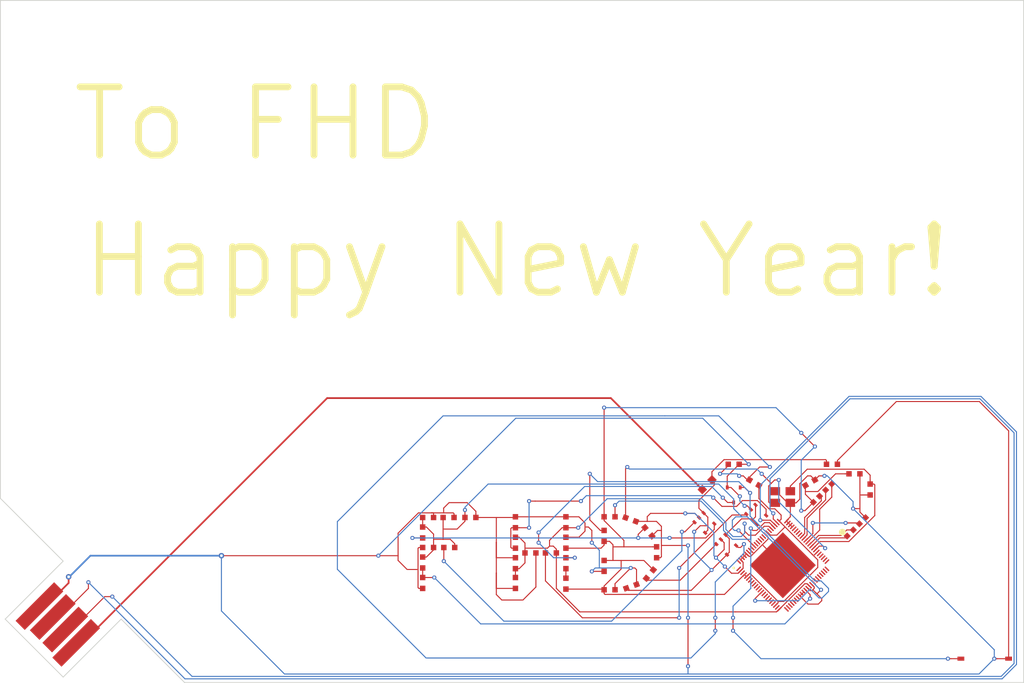
<source format=kicad_pcb>
(kicad_pcb (version 20171130) (host pcbnew "(5.1.5)-3")

  (general
    (thickness 1.6)
    (drawings 11)
    (tracks 723)
    (zones 0)
    (modules 43)
    (nets 77)
  )

  (page A4)
  (layers
    (0 F.Cu signal)
    (31 B.Cu signal)
    (32 B.Adhes user)
    (33 F.Adhes user)
    (34 B.Paste user)
    (35 F.Paste user)
    (36 B.SilkS user)
    (37 F.SilkS user)
    (38 B.Mask user)
    (39 F.Mask user)
    (40 Dwgs.User user)
    (41 Cmts.User user)
    (42 Eco1.User user)
    (43 Eco2.User user)
    (44 Edge.Cuts user)
    (45 Margin user)
    (46 B.CrtYd user)
    (47 F.CrtYd user)
    (48 B.Fab user)
    (49 F.Fab user)
  )

  (setup
    (last_trace_width 0.25)
    (user_trace_width 0.1524)
    (trace_clearance 0.2)
    (zone_clearance 0.508)
    (zone_45_only no)
    (trace_min 0.1524)
    (via_size 0.8)
    (via_drill 0.4)
    (via_min_size 0.4)
    (via_min_drill 0.3)
    (user_via 0.6 0.3)
    (uvia_size 0.3)
    (uvia_drill 0.1)
    (uvias_allowed no)
    (uvia_min_size 0.2)
    (uvia_min_drill 0.1)
    (edge_width 0.05)
    (segment_width 0.1524)
    (pcb_text_width 0.3)
    (pcb_text_size 1.5 1.5)
    (mod_edge_width 0.12)
    (mod_text_size 1 1)
    (mod_text_width 0.15)
    (pad_size 1.524 1.524)
    (pad_drill 0.762)
    (pad_to_mask_clearance 0.0254)
    (solder_mask_min_width 0.25)
    (aux_axis_origin 0 0)
    (visible_elements 7FFFFFFF)
    (pcbplotparams
      (layerselection 0x010fc_ffffffff)
      (usegerberextensions false)
      (usegerberattributes false)
      (usegerberadvancedattributes false)
      (creategerberjobfile false)
      (excludeedgelayer true)
      (linewidth 0.100000)
      (plotframeref false)
      (viasonmask false)
      (mode 1)
      (useauxorigin false)
      (hpglpennumber 1)
      (hpglpenspeed 20)
      (hpglpendiameter 15.000000)
      (psnegative false)
      (psa4output false)
      (plotreference true)
      (plotvalue true)
      (plotinvisibletext false)
      (padsonsilk false)
      (subtractmaskfromsilk false)
      (outputformat 1)
      (mirror false)
      (drillshape 0)
      (scaleselection 1)
      (outputdirectory "C:/Users/xiaoyaowudi/Desktop/test/"))
  )

  (net 0 "")
  (net 1 GND)
  (net 2 +2V5)
  (net 3 /FUSE_PWR)
  (net 4 +3V3)
  (net 5 +1V1)
  (net 6 /CLKP)
  (net 7 /CLKN)
  (net 8 "Net-(D1-Pad1)")
  (net 9 "Net-(F1-Pad1)")
  (net 10 "Net-(IC1-Pad1)")
  (net 11 "Net-(IC1-Pad3)")
  (net 12 "Net-(IC1-Pad6)")
  (net 13 "Net-(IC1-Pad7)")
  (net 14 "Net-(IC1-Pad8)")
  (net 15 "Net-(IC1-Pad9)")
  (net 16 "Net-(IC1-Pad10)")
  (net 17 "Net-(IC1-Pad11)")
  (net 18 "Net-(IC1-Pad12)")
  (net 19 /STATUS)
  (net 20 "Net-(IC1-Pad14)")
  (net 21 "Net-(IC1-Pad15)")
  (net 22 "Net-(IC1-Pad16)")
  (net 23 "Net-(IC1-Pad17)")
  (net 24 "Net-(IC1-Pad18)")
  (net 25 "Net-(IC1-Pad19)")
  (net 26 "Net-(IC1-Pad21)")
  (net 27 "Net-(IC1-Pad23)")
  (net 28 "Net-(IC1-Pad24)")
  (net 29 "Net-(IC1-Pad25)")
  (net 30 "Net-(IC1-Pad26)")
  (net 31 "Net-(IC1-Pad27)")
  (net 32 "Net-(IC1-Pad28)")
  (net 33 "Net-(IC1-Pad29)")
  (net 34 /SVREF)
  (net 35 "Net-(IC1-Pad37)")
  (net 36 "Net-(IC1-Pad38)")
  (net 37 "Net-(IC1-Pad39)")
  (net 38 "Net-(IC1-Pad40)")
  (net 39 "Net-(IC1-Pad41)")
  (net 40 "Net-(IC1-Pad42)")
  (net 41 "Net-(IC1-Pad43)")
  (net 42 "Net-(IC1-Pad44)")
  (net 43 "Net-(IC1-Pad45)")
  (net 44 "Net-(IC1-Pad46)")
  (net 45 "Net-(IC1-Pad47)")
  (net 46 "Net-(IC1-Pad48)")
  (net 47 "Net-(IC1-Pad49)")
  (net 48 /SDC0_DAT2)
  (net 49 /SDC0_DAT3)
  (net 50 /SDC0_CMD)
  (net 51 /SDC0_CLK)
  (net 52 /SDC0_DAT0)
  (net 53 /SDC0_DAT1)
  (net 54 "Net-(IC1-Pad59)")
  (net 55 "Net-(IC1-Pad60)")
  (net 56 "Net-(IC1-Pad61)")
  (net 57 "Net-(IC1-Pad62)")
  (net 58 /USB_DM)
  (net 59 /USB_DP)
  (net 60 /RESET)
  (net 61 "Net-(IC1-Pad72)")
  (net 62 "Net-(IC1-Pad75)")
  (net 63 "Net-(IC1-Pad76)")
  (net 64 "Net-(IC1-Pad77)")
  (net 65 "Net-(IC1-Pad78)")
  (net 66 "Net-(IC1-Pad79)")
  (net 67 "Net-(IC1-Pad81)")
  (net 68 "Net-(IC1-Pad83)")
  (net 69 "Net-(IC1-Pad88)")
  (net 70 "Net-(L1-Pad1)")
  (net 71 "Net-(L2-Pad1)")
  (net 72 "Net-(L3-Pad1)")
  (net 73 "Net-(Q1-Pad3)")
  (net 74 "Net-(R1-Pad1)")
  (net 75 "Net-(R3-Pad1)")
  (net 76 "Net-(R4-Pad1)")

  (net_class Default "This is the default net class."
    (clearance 0.2)
    (trace_width 0.25)
    (via_dia 0.8)
    (via_drill 0.4)
    (uvia_dia 0.3)
    (uvia_drill 0.1)
    (add_net +1V1)
    (add_net +2V5)
    (add_net +3V3)
    (add_net /CLKN)
    (add_net /CLKP)
    (add_net /FUSE_PWR)
    (add_net /RESET)
    (add_net /SDC0_CLK)
    (add_net /SDC0_CMD)
    (add_net /SDC0_DAT0)
    (add_net /SDC0_DAT1)
    (add_net /SDC0_DAT2)
    (add_net /SDC0_DAT3)
    (add_net /STATUS)
    (add_net /SVREF)
    (add_net /USB_DM)
    (add_net /USB_DP)
    (add_net GND)
    (add_net "Net-(D1-Pad1)")
    (add_net "Net-(F1-Pad1)")
    (add_net "Net-(IC1-Pad1)")
    (add_net "Net-(IC1-Pad10)")
    (add_net "Net-(IC1-Pad11)")
    (add_net "Net-(IC1-Pad12)")
    (add_net "Net-(IC1-Pad14)")
    (add_net "Net-(IC1-Pad15)")
    (add_net "Net-(IC1-Pad16)")
    (add_net "Net-(IC1-Pad17)")
    (add_net "Net-(IC1-Pad18)")
    (add_net "Net-(IC1-Pad19)")
    (add_net "Net-(IC1-Pad21)")
    (add_net "Net-(IC1-Pad23)")
    (add_net "Net-(IC1-Pad24)")
    (add_net "Net-(IC1-Pad25)")
    (add_net "Net-(IC1-Pad26)")
    (add_net "Net-(IC1-Pad27)")
    (add_net "Net-(IC1-Pad28)")
    (add_net "Net-(IC1-Pad29)")
    (add_net "Net-(IC1-Pad3)")
    (add_net "Net-(IC1-Pad37)")
    (add_net "Net-(IC1-Pad38)")
    (add_net "Net-(IC1-Pad39)")
    (add_net "Net-(IC1-Pad40)")
    (add_net "Net-(IC1-Pad41)")
    (add_net "Net-(IC1-Pad42)")
    (add_net "Net-(IC1-Pad43)")
    (add_net "Net-(IC1-Pad44)")
    (add_net "Net-(IC1-Pad45)")
    (add_net "Net-(IC1-Pad46)")
    (add_net "Net-(IC1-Pad47)")
    (add_net "Net-(IC1-Pad48)")
    (add_net "Net-(IC1-Pad49)")
    (add_net "Net-(IC1-Pad59)")
    (add_net "Net-(IC1-Pad6)")
    (add_net "Net-(IC1-Pad60)")
    (add_net "Net-(IC1-Pad61)")
    (add_net "Net-(IC1-Pad62)")
    (add_net "Net-(IC1-Pad7)")
    (add_net "Net-(IC1-Pad72)")
    (add_net "Net-(IC1-Pad75)")
    (add_net "Net-(IC1-Pad76)")
    (add_net "Net-(IC1-Pad77)")
    (add_net "Net-(IC1-Pad78)")
    (add_net "Net-(IC1-Pad79)")
    (add_net "Net-(IC1-Pad8)")
    (add_net "Net-(IC1-Pad81)")
    (add_net "Net-(IC1-Pad83)")
    (add_net "Net-(IC1-Pad88)")
    (add_net "Net-(IC1-Pad9)")
    (add_net "Net-(L1-Pad1)")
    (add_net "Net-(L2-Pad1)")
    (add_net "Net-(L3-Pad1)")
    (add_net "Net-(Q1-Pad3)")
    (add_net "Net-(R1-Pad1)")
    (add_net "Net-(R3-Pad1)")
    (add_net "Net-(R4-Pad1)")
  )

  (net_class fhd ""
    (clearance 0.0762)
    (trace_width 0.1524)
    (via_dia 0.8)
    (via_drill 0.4)
    (uvia_dia 0.3)
    (uvia_drill 0.1)
  )

  (module postcard:QFN40P1000X1000X90-89N-D (layer F.Cu) (tedit 5E104C8A) (tstamp 5E119868)
    (at 190.3 134.4 45)
    (descr F1C100S)
    (tags "Integrated Circuit")
    (path /5E1060F9)
    (attr smd)
    (fp_text reference IC1 (at 0 0 45) (layer F.SilkS) hide
      (effects (font (size 1.27 1.27) (thickness 0.254)))
    )
    (fp_text value F1C100S (at 0 4 45) (layer F.SilkS) hide
      (effects (font (size 0.3 0.3) (thickness 0.03)))
    )
    (fp_circle (center -5.375 -4.8) (end -5.375 -4.7) (layer F.SilkS) (width 0.2))
    (fp_line (start -5 -4.6) (end -4.6 -5) (layer F.Fab) (width 0.1))
    (fp_line (start -5 5) (end -5 -5) (layer F.Fab) (width 0.1))
    (fp_line (start 5 5) (end -5 5) (layer F.Fab) (width 0.1))
    (fp_line (start 5 -5) (end 5 5) (layer F.Fab) (width 0.1))
    (fp_line (start -5 -5) (end 5 -5) (layer F.Fab) (width 0.1))
    (fp_line (start -5.625 5.625) (end -5.625 -5.625) (layer F.CrtYd) (width 0.05))
    (fp_line (start 5.625 5.625) (end -5.625 5.625) (layer F.CrtYd) (width 0.05))
    (fp_line (start 5.625 -5.625) (end 5.625 5.625) (layer F.CrtYd) (width 0.05))
    (fp_line (start -5.625 -5.625) (end 5.625 -5.625) (layer F.CrtYd) (width 0.05))
    (fp_text user %R (at 0 0 45) (layer F.Fab) hide
      (effects (font (size 1.27 1.27) (thickness 0.254)))
    )
    (pad 89 smd rect (at 0 0 45) (size 6.84 6.84) (layers F.Cu F.Paste F.Mask)
      (net 1 GND))
    (pad 88 smd rect (at -4.2 -4.95 45) (size 0.2 0.85) (layers F.Cu F.Paste F.Mask)
      (net 69 "Net-(IC1-Pad88)"))
    (pad 87 smd rect (at -3.8 -4.95 45) (size 0.2 0.85) (layers F.Cu F.Paste F.Mask)
      (net 1 GND))
    (pad 86 smd rect (at -3.4 -4.95 45) (size 0.2 0.85) (layers F.Cu F.Paste F.Mask)
      (net 1 GND))
    (pad 85 smd rect (at -3 -4.95 45) (size 0.2 0.85) (layers F.Cu F.Paste F.Mask)
      (net 1 GND))
    (pad 84 smd rect (at -2.6 -4.95 45) (size 0.2 0.85) (layers F.Cu F.Paste F.Mask)
      (net 1 GND))
    (pad 83 smd rect (at -2.2 -4.95 45) (size 0.2 0.85) (layers F.Cu F.Paste F.Mask)
      (net 68 "Net-(IC1-Pad83)"))
    (pad 82 smd rect (at -1.8 -4.95 45) (size 0.2 0.85) (layers F.Cu F.Paste F.Mask)
      (net 1 GND))
    (pad 81 smd rect (at -1.4 -4.95 45) (size 0.2 0.85) (layers F.Cu F.Paste F.Mask)
      (net 67 "Net-(IC1-Pad81)"))
    (pad 80 smd rect (at -1 -4.95 45) (size 0.2 0.85) (layers F.Cu F.Paste F.Mask)
      (net 2 +2V5))
    (pad 79 smd rect (at -0.6 -4.95 45) (size 0.2 0.85) (layers F.Cu F.Paste F.Mask)
      (net 66 "Net-(IC1-Pad79)"))
    (pad 78 smd rect (at -0.2 -4.95 45) (size 0.2 0.85) (layers F.Cu F.Paste F.Mask)
      (net 65 "Net-(IC1-Pad78)"))
    (pad 77 smd rect (at 0.2 -4.95 45) (size 0.2 0.85) (layers F.Cu F.Paste F.Mask)
      (net 64 "Net-(IC1-Pad77)"))
    (pad 76 smd rect (at 0.6 -4.95 45) (size 0.2 0.85) (layers F.Cu F.Paste F.Mask)
      (net 63 "Net-(IC1-Pad76)"))
    (pad 75 smd rect (at 1 -4.95 45) (size 0.2 0.85) (layers F.Cu F.Paste F.Mask)
      (net 62 "Net-(IC1-Pad75)"))
    (pad 74 smd rect (at 1.4 -4.95 45) (size 0.2 0.85) (layers F.Cu F.Paste F.Mask)
      (net 1 GND))
    (pad 73 smd rect (at 1.8 -4.95 45) (size 0.2 0.85) (layers F.Cu F.Paste F.Mask)
      (net 4 +3V3))
    (pad 72 smd rect (at 2.2 -4.95 45) (size 0.2 0.85) (layers F.Cu F.Paste F.Mask)
      (net 61 "Net-(IC1-Pad72)"))
    (pad 71 smd rect (at 2.6 -4.95 45) (size 0.2 0.85) (layers F.Cu F.Paste F.Mask)
      (net 5 +1V1))
    (pad 70 smd rect (at 3 -4.95 45) (size 0.2 0.85) (layers F.Cu F.Paste F.Mask)
      (net 60 /RESET))
    (pad 69 smd rect (at 3.4 -4.95 45) (size 0.2 0.85) (layers F.Cu F.Paste F.Mask)
      (net 59 /USB_DP))
    (pad 68 smd rect (at 3.8 -4.95 45) (size 0.2 0.85) (layers F.Cu F.Paste F.Mask)
      (net 58 /USB_DM))
    (pad 67 smd rect (at 4.2 -4.95 45) (size 0.2 0.85) (layers F.Cu F.Paste F.Mask)
      (net 4 +3V3))
    (pad 66 smd rect (at 4.95 -4.2 135) (size 0.2 0.85) (layers F.Cu F.Paste F.Mask)
      (net 1 GND))
    (pad 65 smd rect (at 4.95 -3.8 135) (size 0.2 0.85) (layers F.Cu F.Paste F.Mask)
      (net 1 GND))
    (pad 64 smd rect (at 4.95 -3.4 135) (size 0.2 0.85) (layers F.Cu F.Paste F.Mask)
      (net 1 GND))
    (pad 63 smd rect (at 4.95 -3 135) (size 0.2 0.85) (layers F.Cu F.Paste F.Mask)
      (net 1 GND))
    (pad 62 smd rect (at 4.95 -2.6 135) (size 0.2 0.85) (layers F.Cu F.Paste F.Mask)
      (net 57 "Net-(IC1-Pad62)"))
    (pad 61 smd rect (at 4.95 -2.2 135) (size 0.2 0.85) (layers F.Cu F.Paste F.Mask)
      (net 56 "Net-(IC1-Pad61)"))
    (pad 60 smd rect (at 4.95 -1.8 135) (size 0.2 0.85) (layers F.Cu F.Paste F.Mask)
      (net 55 "Net-(IC1-Pad60)"))
    (pad 59 smd rect (at 4.95 -1.4 135) (size 0.2 0.85) (layers F.Cu F.Paste F.Mask)
      (net 54 "Net-(IC1-Pad59)"))
    (pad 58 smd rect (at 4.95 -1 135) (size 0.2 0.85) (layers F.Cu F.Paste F.Mask)
      (net 53 /SDC0_DAT1))
    (pad 57 smd rect (at 4.95 -0.6 135) (size 0.2 0.85) (layers F.Cu F.Paste F.Mask)
      (net 52 /SDC0_DAT0))
    (pad 56 smd rect (at 4.95 -0.2 135) (size 0.2 0.85) (layers F.Cu F.Paste F.Mask)
      (net 51 /SDC0_CLK))
    (pad 55 smd rect (at 4.95 0.2 135) (size 0.2 0.85) (layers F.Cu F.Paste F.Mask)
      (net 50 /SDC0_CMD))
    (pad 54 smd rect (at 4.95 0.6 135) (size 0.2 0.85) (layers F.Cu F.Paste F.Mask)
      (net 49 /SDC0_DAT3))
    (pad 53 smd rect (at 4.95 1 135) (size 0.2 0.85) (layers F.Cu F.Paste F.Mask)
      (net 48 /SDC0_DAT2))
    (pad 52 smd rect (at 4.95 1.4 135) (size 0.2 0.85) (layers F.Cu F.Paste F.Mask)
      (net 6 /CLKP))
    (pad 51 smd rect (at 4.95 1.8 135) (size 0.2 0.85) (layers F.Cu F.Paste F.Mask)
      (net 7 /CLKN))
    (pad 50 smd rect (at 4.95 2.2 135) (size 0.2 0.85) (layers F.Cu F.Paste F.Mask)
      (net 4 +3V3))
    (pad 49 smd rect (at 4.95 2.6 135) (size 0.2 0.85) (layers F.Cu F.Paste F.Mask)
      (net 47 "Net-(IC1-Pad49)"))
    (pad 48 smd rect (at 4.95 3 135) (size 0.2 0.85) (layers F.Cu F.Paste F.Mask)
      (net 46 "Net-(IC1-Pad48)"))
    (pad 47 smd rect (at 4.95 3.4 135) (size 0.2 0.85) (layers F.Cu F.Paste F.Mask)
      (net 45 "Net-(IC1-Pad47)"))
    (pad 46 smd rect (at 4.95 3.8 135) (size 0.2 0.85) (layers F.Cu F.Paste F.Mask)
      (net 44 "Net-(IC1-Pad46)"))
    (pad 45 smd rect (at 4.95 4.2 135) (size 0.2 0.85) (layers F.Cu F.Paste F.Mask)
      (net 43 "Net-(IC1-Pad45)"))
    (pad 44 smd rect (at 4.2 4.95 45) (size 0.2 0.85) (layers F.Cu F.Paste F.Mask)
      (net 42 "Net-(IC1-Pad44)"))
    (pad 43 smd rect (at 3.8 4.95 45) (size 0.2 0.85) (layers F.Cu F.Paste F.Mask)
      (net 41 "Net-(IC1-Pad43)"))
    (pad 42 smd rect (at 3.4 4.95 45) (size 0.2 0.85) (layers F.Cu F.Paste F.Mask)
      (net 40 "Net-(IC1-Pad42)"))
    (pad 41 smd rect (at 3 4.95 45) (size 0.2 0.85) (layers F.Cu F.Paste F.Mask)
      (net 39 "Net-(IC1-Pad41)"))
    (pad 40 smd rect (at 2.6 4.95 45) (size 0.2 0.85) (layers F.Cu F.Paste F.Mask)
      (net 38 "Net-(IC1-Pad40)"))
    (pad 39 smd rect (at 2.2 4.95 45) (size 0.2 0.85) (layers F.Cu F.Paste F.Mask)
      (net 37 "Net-(IC1-Pad39)"))
    (pad 38 smd rect (at 1.8 4.95 45) (size 0.2 0.85) (layers F.Cu F.Paste F.Mask)
      (net 36 "Net-(IC1-Pad38)"))
    (pad 37 smd rect (at 1.4 4.95 45) (size 0.2 0.85) (layers F.Cu F.Paste F.Mask)
      (net 35 "Net-(IC1-Pad37)"))
    (pad 36 smd rect (at 1 4.95 45) (size 0.2 0.85) (layers F.Cu F.Paste F.Mask)
      (net 2 +2V5))
    (pad 35 smd rect (at 0.6 4.95 45) (size 0.2 0.85) (layers F.Cu F.Paste F.Mask)
      (net 5 +1V1))
    (pad 34 smd rect (at 0.2 4.95 45) (size 0.2 0.85) (layers F.Cu F.Paste F.Mask)
      (net 2 +2V5))
    (pad 33 smd rect (at -0.2 4.95 45) (size 0.2 0.85) (layers F.Cu F.Paste F.Mask)
      (net 34 /SVREF))
    (pad 32 smd rect (at -0.6 4.95 45) (size 0.2 0.85) (layers F.Cu F.Paste F.Mask)
      (net 2 +2V5))
    (pad 31 smd rect (at -1 4.95 45) (size 0.2 0.85) (layers F.Cu F.Paste F.Mask)
      (net 2 +2V5))
    (pad 30 smd rect (at -1.4 4.95 45) (size 0.2 0.85) (layers F.Cu F.Paste F.Mask)
      (net 2 +2V5))
    (pad 29 smd rect (at -1.8 4.95 45) (size 0.2 0.85) (layers F.Cu F.Paste F.Mask)
      (net 33 "Net-(IC1-Pad29)"))
    (pad 28 smd rect (at -2.2 4.95 45) (size 0.2 0.85) (layers F.Cu F.Paste F.Mask)
      (net 32 "Net-(IC1-Pad28)"))
    (pad 27 smd rect (at -2.6 4.95 45) (size 0.2 0.85) (layers F.Cu F.Paste F.Mask)
      (net 31 "Net-(IC1-Pad27)"))
    (pad 26 smd rect (at -3 4.95 45) (size 0.2 0.85) (layers F.Cu F.Paste F.Mask)
      (net 30 "Net-(IC1-Pad26)"))
    (pad 25 smd rect (at -3.4 4.95 45) (size 0.2 0.85) (layers F.Cu F.Paste F.Mask)
      (net 29 "Net-(IC1-Pad25)"))
    (pad 24 smd rect (at -3.8 4.95 45) (size 0.2 0.85) (layers F.Cu F.Paste F.Mask)
      (net 28 "Net-(IC1-Pad24)"))
    (pad 23 smd rect (at -4.2 4.95 45) (size 0.2 0.85) (layers F.Cu F.Paste F.Mask)
      (net 27 "Net-(IC1-Pad23)"))
    (pad 22 smd rect (at -4.95 4.2 135) (size 0.2 0.85) (layers F.Cu F.Paste F.Mask)
      (net 5 +1V1))
    (pad 21 smd rect (at -4.95 3.8 135) (size 0.2 0.85) (layers F.Cu F.Paste F.Mask)
      (net 26 "Net-(IC1-Pad21)"))
    (pad 20 smd rect (at -4.95 3.4 135) (size 0.2 0.85) (layers F.Cu F.Paste F.Mask)
      (net 4 +3V3))
    (pad 19 smd rect (at -4.95 3 135) (size 0.2 0.85) (layers F.Cu F.Paste F.Mask)
      (net 25 "Net-(IC1-Pad19)"))
    (pad 18 smd rect (at -4.95 2.6 135) (size 0.2 0.85) (layers F.Cu F.Paste F.Mask)
      (net 24 "Net-(IC1-Pad18)"))
    (pad 17 smd rect (at -4.95 2.2 135) (size 0.2 0.85) (layers F.Cu F.Paste F.Mask)
      (net 23 "Net-(IC1-Pad17)"))
    (pad 16 smd rect (at -4.95 1.8 135) (size 0.2 0.85) (layers F.Cu F.Paste F.Mask)
      (net 22 "Net-(IC1-Pad16)"))
    (pad 15 smd rect (at -4.95 1.4 135) (size 0.2 0.85) (layers F.Cu F.Paste F.Mask)
      (net 21 "Net-(IC1-Pad15)"))
    (pad 14 smd rect (at -4.95 1 135) (size 0.2 0.85) (layers F.Cu F.Paste F.Mask)
      (net 20 "Net-(IC1-Pad14)"))
    (pad 13 smd rect (at -4.95 0.6 135) (size 0.2 0.85) (layers F.Cu F.Paste F.Mask)
      (net 19 /STATUS))
    (pad 12 smd rect (at -4.95 0.2 135) (size 0.2 0.85) (layers F.Cu F.Paste F.Mask)
      (net 18 "Net-(IC1-Pad12)"))
    (pad 11 smd rect (at -4.95 -0.2 135) (size 0.2 0.85) (layers F.Cu F.Paste F.Mask)
      (net 17 "Net-(IC1-Pad11)"))
    (pad 10 smd rect (at -4.95 -0.6 135) (size 0.2 0.85) (layers F.Cu F.Paste F.Mask)
      (net 16 "Net-(IC1-Pad10)"))
    (pad 9 smd rect (at -4.95 -1 135) (size 0.2 0.85) (layers F.Cu F.Paste F.Mask)
      (net 15 "Net-(IC1-Pad9)"))
    (pad 8 smd rect (at -4.95 -1.4 135) (size 0.2 0.85) (layers F.Cu F.Paste F.Mask)
      (net 14 "Net-(IC1-Pad8)"))
    (pad 7 smd rect (at -4.95 -1.8 135) (size 0.2 0.85) (layers F.Cu F.Paste F.Mask)
      (net 13 "Net-(IC1-Pad7)"))
    (pad 6 smd rect (at -4.95 -2.2 135) (size 0.2 0.85) (layers F.Cu F.Paste F.Mask)
      (net 12 "Net-(IC1-Pad6)"))
    (pad 5 smd rect (at -4.95 -2.6 135) (size 0.2 0.85) (layers F.Cu F.Paste F.Mask)
      (net 4 +3V3))
    (pad 4 smd rect (at -4.95 -3 135) (size 0.2 0.85) (layers F.Cu F.Paste F.Mask)
      (net 4 +3V3))
    (pad 3 smd rect (at -4.95 -3.4 135) (size 0.2 0.85) (layers F.Cu F.Paste F.Mask)
      (net 11 "Net-(IC1-Pad3)"))
    (pad 2 smd rect (at -4.95 -3.8 135) (size 0.2 0.85) (layers F.Cu F.Paste F.Mask)
      (net 1 GND))
    (pad 1 smd rect (at -4.95 -4.2 135) (size 0.2 0.85) (layers F.Cu F.Paste F.Mask)
      (net 10 "Net-(IC1-Pad1)"))
    (model F1C100S.stp
      (at (xyz 0 0 0))
      (scale (xyz 1 1 1))
      (rotate (xyz 0 0 0))
    )
  )

  (module postcard:crystal (layer F.Cu) (tedit 5E117FA4) (tstamp 5E119960)
    (at 190.3 124.4)
    (path /5E44B36F)
    (attr smd)
    (fp_text reference Y1 (at 0 0.2) (layer F.SilkS) hide
      (effects (font (size 0.1 0.1) (thickness 0.025)))
    )
    (fp_text value 24MHz (at 0 -0.2) (layer F.Fab) hide
      (effects (font (size 0.1 0.1) (thickness 0.025)))
    )
    (fp_line (start 1.9 -1.5) (end -1.9 -1.5) (layer F.CrtYd) (width 0.03))
    (fp_line (start 1.9 1.5) (end 1.9 -1.5) (layer F.CrtYd) (width 0.03))
    (fp_line (start -1.9 1.5) (end 1.9 1.5) (layer F.CrtYd) (width 0.03))
    (fp_line (start -1.9 -1.5) (end -1.9 1.5) (layer F.CrtYd) (width 0.03))
    (pad 4 smd rect (at -1.1 -0.85) (size 1.4 1.2) (layers F.Cu F.Paste F.Mask)
      (net 1 GND))
    (pad 3 smd rect (at 1.1 -0.85) (size 1.4 1.2) (layers F.Cu F.Paste F.Mask)
      (net 6 /CLKP))
    (pad 2 smd rect (at 1.1 0.85) (size 1.4 1.2) (layers F.Cu F.Paste F.Mask)
      (net 1 GND))
    (pad 1 smd rect (at -1.1 0.85) (size 1.4 1.2) (layers F.Cu F.Paste F.Mask)
      (net 7 /CLKN))
  )

  (module postcard:JW5211 (layer F.Cu) (tedit 5E104B6F) (tstamp 5E119954)
    (at 186.4 127 225)
    (path /5E132791)
    (attr smd)
    (fp_text reference U4 (at 0 0.5 45) (layer F.SilkS) hide
      (effects (font (size 0.3 0.3) (thickness 0.02)))
    )
    (fp_text value JW5211 (at 0 -0.25 45) (layer F.Fab) hide
      (effects (font (size 0.3 0.3) (thickness 0.02)))
    )
    (fp_line (start -1.5 -1.5) (end -1.5 1.5) (layer F.CrtYd) (width 0.05))
    (fp_line (start 1.5 -1.5) (end -1.5 -1.5) (layer F.CrtYd) (width 0.05))
    (fp_line (start 1.5 1.5) (end 1.5 -1.5) (layer F.CrtYd) (width 0.05))
    (fp_line (start -1.5 1.5) (end 1.5 1.5) (layer F.CrtYd) (width 0.05))
    (pad 5 smd rect (at -0.95 -1.1 225) (size 0.4 0.6) (layers F.Cu F.Paste F.Mask)
      (net 76 "Net-(R4-Pad1)"))
    (pad 4 smd rect (at 0.95 -1.1 225) (size 0.4 0.6) (layers F.Cu F.Paste F.Mask)
      (net 3 /FUSE_PWR))
    (pad 3 smd rect (at 0.95 1.1 225) (size 0.4 0.6) (layers F.Cu F.Paste F.Mask)
      (net 72 "Net-(L3-Pad1)"))
    (pad 2 smd rect (at 0 1.1 225) (size 0.4 0.6) (layers F.Cu F.Paste F.Mask)
      (net 1 GND))
    (pad 1 smd rect (at -0.95 1.1 225) (size 0.4 0.6) (layers F.Cu F.Paste F.Mask)
      (net 3 /FUSE_PWR))
  )

  (module postcard:JW5211 (layer F.Cu) (tedit 5E104B6F) (tstamp 5E119947)
    (at 182 131.4 225)
    (path /5E138214)
    (attr smd)
    (fp_text reference U3 (at 0 0.5 45) (layer F.SilkS) hide
      (effects (font (size 0.3 0.3) (thickness 0.02)))
    )
    (fp_text value JW5211 (at 0 -0.25 45) (layer F.Fab) hide
      (effects (font (size 0.3 0.3) (thickness 0.02)))
    )
    (fp_line (start -1.5 -1.5) (end -1.5 1.5) (layer F.CrtYd) (width 0.05))
    (fp_line (start 1.5 -1.5) (end -1.5 -1.5) (layer F.CrtYd) (width 0.05))
    (fp_line (start 1.5 1.5) (end 1.5 -1.5) (layer F.CrtYd) (width 0.05))
    (fp_line (start -1.5 1.5) (end 1.5 1.5) (layer F.CrtYd) (width 0.05))
    (pad 5 smd rect (at -0.95 -1.1 225) (size 0.4 0.6) (layers F.Cu F.Paste F.Mask)
      (net 75 "Net-(R3-Pad1)"))
    (pad 4 smd rect (at 0.95 -1.1 225) (size 0.4 0.6) (layers F.Cu F.Paste F.Mask)
      (net 3 /FUSE_PWR))
    (pad 3 smd rect (at 0.95 1.1 225) (size 0.4 0.6) (layers F.Cu F.Paste F.Mask)
      (net 71 "Net-(L2-Pad1)"))
    (pad 2 smd rect (at 0 1.1 225) (size 0.4 0.6) (layers F.Cu F.Paste F.Mask)
      (net 1 GND))
    (pad 1 smd rect (at -0.95 1.1 225) (size 0.4 0.6) (layers F.Cu F.Paste F.Mask)
      (net 3 /FUSE_PWR))
  )

  (module postcard:CSNP1GCR01 (layer F.Cu) (tedit 5E104D03) (tstamp 5E11993A)
    (at 198.6 126.3 135)
    (path /5E10E426)
    (attr smd)
    (fp_text reference U2 (at 0 1 135) (layer F.SilkS) hide
      (effects (font (size 0.7 0.7) (thickness 0.05)))
    )
    (fp_text value CSNP1GCR01 (at 0 -1 135) (layer F.Fab) hide
      (effects (font (size 0.5 0.5) (thickness 0.125)))
    )
    (fp_circle (center -2.6 -2) (end -2.6 -2) (layer F.SilkS) (width 0.5))
    (fp_line (start -4 -3) (end -4 3) (layer F.CrtYd) (width 0.05))
    (fp_line (start 4 -3) (end -4 -3) (layer F.CrtYd) (width 0.05))
    (fp_line (start 4 3) (end 4 -3) (layer F.CrtYd) (width 0.05))
    (fp_line (start -4 3) (end 4 3) (layer F.CrtYd) (width 0.05))
    (pad 8 smd rect (at 3.5 -1.905 135) (size 0.75 0.75) (layers F.Cu F.Paste F.Mask)
      (net 4 +3V3))
    (pad 7 smd rect (at 3.5 -0.635 135) (size 0.75 0.75) (layers F.Cu F.Paste F.Mask)
      (net 53 /SDC0_DAT1))
    (pad 6 smd rect (at 3.5 0.635 135) (size 0.75 0.75) (layers F.Cu F.Paste F.Mask)
      (net 52 /SDC0_DAT0))
    (pad 5 smd rect (at 3.5 1.905 135) (size 0.75 0.75) (layers F.Cu F.Paste F.Mask)
      (net 50 /SDC0_CMD))
    (pad 4 smd rect (at -3.5 1.905 135) (size 0.75 0.75) (layers F.Cu F.Paste F.Mask)
      (net 1 GND))
    (pad 3 smd rect (at -3.5 0.635 135) (size 0.75 0.75) (layers F.Cu F.Paste F.Mask)
      (net 51 /SDC0_CLK))
    (pad 2 smd rect (at -3.5 -0.635 135) (size 0.75 0.75) (layers F.Cu F.Paste F.Mask)
      (net 49 /SDC0_DAT3))
    (pad 1 smd rect (at -3.5 -1.905 135) (size 0.75 0.75) (layers F.Cu F.Paste F.Mask)
      (net 48 /SDC0_DAT2))
  )

  (module postcard:JW5211 (layer F.Cu) (tedit 5E104B6F) (tstamp 5E119929)
    (at 178.8 128.2 225)
    (path /5E10F6D1)
    (attr smd)
    (fp_text reference U1 (at 0 0.5 45) (layer F.SilkS) hide
      (effects (font (size 0.3 0.3) (thickness 0.02)))
    )
    (fp_text value JW5211 (at 0 -0.25 45) (layer F.Fab) hide
      (effects (font (size 0.3 0.3) (thickness 0.02)))
    )
    (fp_line (start -1.5 -1.5) (end -1.5 1.5) (layer F.CrtYd) (width 0.05))
    (fp_line (start 1.5 -1.5) (end -1.5 -1.5) (layer F.CrtYd) (width 0.05))
    (fp_line (start 1.5 1.5) (end 1.5 -1.5) (layer F.CrtYd) (width 0.05))
    (fp_line (start -1.5 1.5) (end 1.5 1.5) (layer F.CrtYd) (width 0.05))
    (pad 5 smd rect (at -0.95 -1.1 225) (size 0.4 0.6) (layers F.Cu F.Paste F.Mask)
      (net 74 "Net-(R1-Pad1)"))
    (pad 4 smd rect (at 0.95 -1.1 225) (size 0.4 0.6) (layers F.Cu F.Paste F.Mask)
      (net 3 /FUSE_PWR))
    (pad 3 smd rect (at 0.95 1.1 225) (size 0.4 0.6) (layers F.Cu F.Paste F.Mask)
      (net 70 "Net-(L1-Pad1)"))
    (pad 2 smd rect (at 0 1.1 225) (size 0.4 0.6) (layers F.Cu F.Paste F.Mask)
      (net 1 GND))
    (pad 1 smd rect (at -0.95 1.1 225) (size 0.4 0.6) (layers F.Cu F.Paste F.Mask)
      (net 3 /FUSE_PWR))
  )

  (module postcard:button (layer F.Cu) (tedit 5E117BDD) (tstamp 5E11991C)
    (at 219.9 148.1)
    (path /5E2869B1)
    (attr smd)
    (fp_text reference SW1 (at 0 0.5) (layer F.SilkS) hide
      (effects (font (size 1 1) (thickness 0.15)))
    )
    (fp_text value SW_Push (at 0 -0.5) (layer F.Fab) hide
      (effects (font (size 1 1) (thickness 0.15)))
    )
    (fp_line (start 4.1 1.9) (end -4.1 1.9) (layer F.CrtYd) (width 0.03))
    (fp_line (start 4.1 -1.9) (end 4.1 1.9) (layer F.CrtYd) (width 0.03))
    (fp_line (start -4.1 -1.9) (end 4.1 -1.9) (layer F.CrtYd) (width 0.03))
    (fp_line (start -4.1 1.9) (end -4.1 -1.9) (layer F.CrtYd) (width 0.03))
    (pad 1 smd rect (at -3.5 0) (size 1 0.6) (layers F.Cu F.Paste F.Mask)
      (net 60 /RESET))
    (pad 2 smd rect (at 3.5 0) (size 1 0.6) (layers F.Cu F.Paste F.Mask)
      (net 1 GND))
  )

  (module postcard:0603 (layer F.Cu) (tedit 5E113BDE) (tstamp 5E119912)
    (at 164.9 127.3)
    (path /5E285F93)
    (attr smd)
    (fp_text reference R11 (at 0 0.1) (layer F.SilkS) hide
      (effects (font (size 0.1 0.1) (thickness 0.025)))
    )
    (fp_text value 49k9 (at 0 -0.1) (layer F.Fab) hide
      (effects (font (size 0.1 0.1) (thickness 0.025)))
    )
    (fp_line (start 1.3 -0.5) (end -1.3 -0.5) (layer F.CrtYd) (width 0.03))
    (fp_line (start 1.3 0.5) (end 1.3 -0.5) (layer F.CrtYd) (width 0.03))
    (fp_line (start -1.3 0.5) (end 1.3 0.5) (layer F.CrtYd) (width 0.03))
    (fp_line (start -1.3 -0.5) (end -1.3 0.5) (layer F.CrtYd) (width 0.03))
    (pad 2 smd rect (at 0.8 0) (size 0.8 0.8) (layers F.Cu F.Paste F.Mask)
      (net 60 /RESET))
    (pad 1 smd rect (at -0.8 0) (size 0.8 0.8) (layers F.Cu F.Paste F.Mask)
      (net 4 +3V3))
  )

  (module postcard:0603 (layer F.Cu) (tedit 5E113BDE) (tstamp 5E119908)
    (at 164.1 130.1 90)
    (path /5E201C9F)
    (attr smd)
    (fp_text reference R10 (at 0 0.1 90) (layer F.SilkS) hide
      (effects (font (size 0.1 0.1) (thickness 0.025)))
    )
    (fp_text value 49k9 (at 0 -0.1 90) (layer F.Fab) hide
      (effects (font (size 0.1 0.1) (thickness 0.025)))
    )
    (fp_line (start 1.3 -0.5) (end -1.3 -0.5) (layer F.CrtYd) (width 0.03))
    (fp_line (start 1.3 0.5) (end 1.3 -0.5) (layer F.CrtYd) (width 0.03))
    (fp_line (start -1.3 0.5) (end 1.3 0.5) (layer F.CrtYd) (width 0.03))
    (fp_line (start -1.3 -0.5) (end -1.3 0.5) (layer F.CrtYd) (width 0.03))
    (pad 2 smd rect (at 0.8 0 90) (size 0.8 0.8) (layers F.Cu F.Paste F.Mask)
      (net 19 /STATUS))
    (pad 1 smd rect (at -0.8 0 90) (size 0.8 0.8) (layers F.Cu F.Paste F.Mask)
      (net 4 +3V3))
  )

  (module postcard:0603 (layer F.Cu) (tedit 5E113BDE) (tstamp 5E1198FE)
    (at 158.5 134.1 90)
    (path /5E206DFB)
    (attr smd)
    (fp_text reference R9 (at 0 0.1 90) (layer F.SilkS) hide
      (effects (font (size 0.1 0.1) (thickness 0.025)))
    )
    (fp_text value R (at 0 -0.1 90) (layer F.Fab) hide
      (effects (font (size 0.1 0.1) (thickness 0.025)))
    )
    (fp_line (start 1.3 -0.5) (end -1.3 -0.5) (layer F.CrtYd) (width 0.03))
    (fp_line (start 1.3 0.5) (end 1.3 -0.5) (layer F.CrtYd) (width 0.03))
    (fp_line (start -1.3 0.5) (end 1.3 0.5) (layer F.CrtYd) (width 0.03))
    (fp_line (start -1.3 -0.5) (end -1.3 0.5) (layer F.CrtYd) (width 0.03))
    (pad 2 smd rect (at 0.8 0 90) (size 0.8 0.8) (layers F.Cu F.Paste F.Mask)
      (net 73 "Net-(Q1-Pad3)"))
    (pad 1 smd rect (at -0.8 0 90) (size 0.8 0.8) (layers F.Cu F.Paste F.Mask)
      (net 8 "Net-(D1-Pad1)"))
  )

  (module postcard:0603 (layer F.Cu) (tedit 5E113BDE) (tstamp 5E1198F4)
    (at 137.5 137 270)
    (path /5E1B294E)
    (attr smd)
    (fp_text reference R8 (at 0 0.1 90) (layer F.SilkS) hide
      (effects (font (size 0.1 0.1) (thickness 0.025)))
    )
    (fp_text value 2k2 (at 0 -0.1 90) (layer F.Fab) hide
      (effects (font (size 0.1 0.1) (thickness 0.025)))
    )
    (fp_line (start 1.3 -0.5) (end -1.3 -0.5) (layer F.CrtYd) (width 0.03))
    (fp_line (start 1.3 0.5) (end 1.3 -0.5) (layer F.CrtYd) (width 0.03))
    (fp_line (start -1.3 0.5) (end 1.3 0.5) (layer F.CrtYd) (width 0.03))
    (fp_line (start -1.3 -0.5) (end -1.3 0.5) (layer F.CrtYd) (width 0.03))
    (pad 2 smd rect (at 0.8 0 270) (size 0.8 0.8) (layers F.Cu F.Paste F.Mask)
      (net 1 GND))
    (pad 1 smd rect (at -0.8 0 270) (size 0.8 0.8) (layers F.Cu F.Paste F.Mask)
      (net 34 /SVREF))
  )

  (module postcard:0603 (layer F.Cu) (tedit 5E113BDE) (tstamp 5E1198EA)
    (at 137.5 134 270)
    (path /5E1AE995)
    (attr smd)
    (fp_text reference R7 (at 0 0.1 90) (layer F.SilkS) hide
      (effects (font (size 0.1 0.1) (thickness 0.025)))
    )
    (fp_text value 2k2 (at 0 -0.1 90) (layer F.Fab) hide
      (effects (font (size 0.1 0.1) (thickness 0.025)))
    )
    (fp_line (start 1.3 -0.5) (end -1.3 -0.5) (layer F.CrtYd) (width 0.03))
    (fp_line (start 1.3 0.5) (end 1.3 -0.5) (layer F.CrtYd) (width 0.03))
    (fp_line (start -1.3 0.5) (end 1.3 0.5) (layer F.CrtYd) (width 0.03))
    (fp_line (start -1.3 -0.5) (end -1.3 0.5) (layer F.CrtYd) (width 0.03))
    (pad 2 smd rect (at 0.8 0 270) (size 0.8 0.8) (layers F.Cu F.Paste F.Mask)
      (net 34 /SVREF))
    (pad 1 smd rect (at -0.8 0 270) (size 0.8 0.8) (layers F.Cu F.Paste F.Mask)
      (net 2 +2V5))
  )

  (module postcard:0603 (layer F.Cu) (tedit 5E113BDE) (tstamp 5E1198E0)
    (at 151.1 131.1 90)
    (path /5E13277D)
    (attr smd)
    (fp_text reference R6 (at 0 0.1 90) (layer F.SilkS) hide
      (effects (font (size 0.1 0.1) (thickness 0.025)))
    )
    (fp_text value 8k2 (at 0 -0.1 90) (layer F.Fab) hide
      (effects (font (size 0.1 0.1) (thickness 0.025)))
    )
    (fp_line (start 1.3 -0.5) (end -1.3 -0.5) (layer F.CrtYd) (width 0.03))
    (fp_line (start 1.3 0.5) (end 1.3 -0.5) (layer F.CrtYd) (width 0.03))
    (fp_line (start -1.3 0.5) (end 1.3 0.5) (layer F.CrtYd) (width 0.03))
    (fp_line (start -1.3 -0.5) (end -1.3 0.5) (layer F.CrtYd) (width 0.03))
    (pad 2 smd rect (at 0.8 0 90) (size 0.8 0.8) (layers F.Cu F.Paste F.Mask)
      (net 5 +1V1))
    (pad 1 smd rect (at -0.8 0 90) (size 0.8 0.8) (layers F.Cu F.Paste F.Mask)
      (net 76 "Net-(R4-Pad1)"))
  )

  (module postcard:0603 (layer F.Cu) (tedit 5E113BDE) (tstamp 5E1198D6)
    (at 186.1 122.3 330)
    (path /5E138200)
    (attr smd)
    (fp_text reference R5 (at 0 0.1 150) (layer F.SilkS) hide
      (effects (font (size 0.1 0.1) (thickness 0.025)))
    )
    (fp_text value 49k9 (at 0 -0.1 150) (layer F.Fab) hide
      (effects (font (size 0.1 0.1) (thickness 0.025)))
    )
    (fp_line (start 1.3 -0.5) (end -1.3 -0.5) (layer F.CrtYd) (width 0.03))
    (fp_line (start 1.3 0.5) (end 1.3 -0.5) (layer F.CrtYd) (width 0.03))
    (fp_line (start -1.3 0.5) (end 1.3 0.5) (layer F.CrtYd) (width 0.03))
    (fp_line (start -1.3 -0.5) (end -1.3 0.5) (layer F.CrtYd) (width 0.03))
    (pad 2 smd rect (at 0.8 0 330) (size 0.8 0.8) (layers F.Cu F.Paste F.Mask)
      (net 4 +3V3))
    (pad 1 smd rect (at -0.8 0 330) (size 0.8 0.8) (layers F.Cu F.Paste F.Mask)
      (net 75 "Net-(R3-Pad1)"))
  )

  (module postcard:0603 (layer F.Cu) (tedit 5E113BDE) (tstamp 5E1198CC)
    (at 151.1 128.1 90)
    (path /5E132773)
    (attr smd)
    (fp_text reference R4 (at 0 0.1 90) (layer F.SilkS) hide
      (effects (font (size 0.1 0.1) (thickness 0.025)))
    )
    (fp_text value 10k (at 0 -0.1 90) (layer F.Fab) hide
      (effects (font (size 0.1 0.1) (thickness 0.025)))
    )
    (fp_line (start 1.3 -0.5) (end -1.3 -0.5) (layer F.CrtYd) (width 0.03))
    (fp_line (start 1.3 0.5) (end 1.3 -0.5) (layer F.CrtYd) (width 0.03))
    (fp_line (start -1.3 0.5) (end 1.3 0.5) (layer F.CrtYd) (width 0.03))
    (fp_line (start -1.3 -0.5) (end -1.3 0.5) (layer F.CrtYd) (width 0.03))
    (pad 2 smd rect (at 0.8 0 90) (size 0.8 0.8) (layers F.Cu F.Paste F.Mask)
      (net 1 GND))
    (pad 1 smd rect (at -0.8 0 90) (size 0.8 0.8) (layers F.Cu F.Paste F.Mask)
      (net 76 "Net-(R4-Pad1)"))
  )

  (module postcard:0603 (layer F.Cu) (tedit 5E113BDE) (tstamp 5E1198C2)
    (at 183.1 119.6)
    (path /5E1381F6)
    (attr smd)
    (fp_text reference R3 (at 0 0.1) (layer F.SilkS) hide
      (effects (font (size 0.1 0.1) (thickness 0.025)))
    )
    (fp_text value 11k (at 0 -0.1) (layer F.Fab) hide
      (effects (font (size 0.1 0.1) (thickness 0.025)))
    )
    (fp_line (start 1.3 -0.5) (end -1.3 -0.5) (layer F.CrtYd) (width 0.03))
    (fp_line (start 1.3 0.5) (end 1.3 -0.5) (layer F.CrtYd) (width 0.03))
    (fp_line (start -1.3 0.5) (end 1.3 0.5) (layer F.CrtYd) (width 0.03))
    (fp_line (start -1.3 -0.5) (end -1.3 0.5) (layer F.CrtYd) (width 0.03))
    (pad 2 smd rect (at 0.8 0) (size 0.8 0.8) (layers F.Cu F.Paste F.Mask)
      (net 1 GND))
    (pad 1 smd rect (at -0.8 0) (size 0.8 0.8) (layers F.Cu F.Paste F.Mask)
      (net 75 "Net-(R3-Pad1)"))
  )

  (module postcard:0603 (layer F.Cu) (tedit 5E113BDE) (tstamp 5E1198B8)
    (at 137.5 129.6 90)
    (path /5E117AC2)
    (attr smd)
    (fp_text reference R2 (at 0 0.1 90) (layer F.SilkS) hide
      (effects (font (size 0.1 0.1) (thickness 0.025)))
    )
    (fp_text value 36k (at 0 -0.1 90) (layer F.Fab) hide
      (effects (font (size 0.1 0.1) (thickness 0.025)))
    )
    (fp_line (start 1.3 -0.5) (end -1.3 -0.5) (layer F.CrtYd) (width 0.03))
    (fp_line (start 1.3 0.5) (end 1.3 -0.5) (layer F.CrtYd) (width 0.03))
    (fp_line (start -1.3 0.5) (end 1.3 0.5) (layer F.CrtYd) (width 0.03))
    (fp_line (start -1.3 -0.5) (end -1.3 0.5) (layer F.CrtYd) (width 0.03))
    (pad 2 smd rect (at 0.8 0 90) (size 0.8 0.8) (layers F.Cu F.Paste F.Mask)
      (net 2 +2V5))
    (pad 1 smd rect (at -0.8 0 90) (size 0.8 0.8) (layers F.Cu F.Paste F.Mask)
      (net 74 "Net-(R1-Pad1)"))
  )

  (module postcard:0603 (layer F.Cu) (tedit 5E113BDE) (tstamp 5E1198AE)
    (at 170.6 129.5 310)
    (path /5E1182FA)
    (attr smd)
    (fp_text reference R1 (at 0 0.1 130) (layer F.SilkS) hide
      (effects (font (size 0.1 0.1) (thickness 0.025)))
    )
    (fp_text value 11k (at 0 -0.1 130) (layer F.Fab) hide
      (effects (font (size 0.1 0.1) (thickness 0.025)))
    )
    (fp_line (start 1.3 -0.5) (end -1.3 -0.5) (layer F.CrtYd) (width 0.03))
    (fp_line (start 1.3 0.5) (end 1.3 -0.5) (layer F.CrtYd) (width 0.03))
    (fp_line (start -1.3 0.5) (end 1.3 0.5) (layer F.CrtYd) (width 0.03))
    (fp_line (start -1.3 -0.5) (end -1.3 0.5) (layer F.CrtYd) (width 0.03))
    (pad 2 smd rect (at 0.8 0 310) (size 0.8 0.8) (layers F.Cu F.Paste F.Mask)
      (net 1 GND))
    (pad 1 smd rect (at -0.8 0 310) (size 0.8 0.8) (layers F.Cu F.Paste F.Mask)
      (net 74 "Net-(R1-Pad1)"))
  )

  (module postcard:nmos (layer F.Cu) (tedit 5E1182D1) (tstamp 5E1198A4)
    (at 183.1 124.1 180)
    (path /5E1D79DA)
    (attr smd)
    (fp_text reference Q1 (at 0 0.5) (layer F.SilkS) hide
      (effects (font (size 0.3 0.3) (thickness 0.075)))
    )
    (fp_text value Q_NMOS_GSD (at 0 -0.5) (layer F.Fab) hide
      (effects (font (size 0.3 0.3) (thickness 0.075)))
    )
    (fp_line (start 1.2 1.5) (end -1.2 1.5) (layer F.CrtYd) (width 0.03))
    (fp_line (start 1.2 -1.5) (end 1.2 1.5) (layer F.CrtYd) (width 0.03))
    (fp_line (start -1.2 -1.5) (end 1.2 -1.5) (layer F.CrtYd) (width 0.03))
    (fp_line (start -1.2 1.5) (end -1.2 -1.5) (layer F.CrtYd) (width 0.03))
    (pad 2 smd rect (at 0.95 1.1 180) (size 0.4 0.6) (layers F.Cu F.Paste F.Mask)
      (net 1 GND))
    (pad 3 smd rect (at 0 -1.1 180) (size 0.4 0.6) (layers F.Cu F.Paste F.Mask)
      (net 73 "Net-(Q1-Pad3)"))
    (pad 1 smd rect (at -0.95 1.1 180) (size 0.4 0.6) (layers F.Cu F.Paste F.Mask)
      (net 19 /STATUS))
  )

  (module postcard:0603 (layer F.Cu) (tedit 5E113BDE) (tstamp 5E119899)
    (at 156.3 132.6)
    (path /5E132787)
    (attr smd)
    (fp_text reference L3 (at 0 0.1) (layer F.SilkS) hide
      (effects (font (size 0.1 0.1) (thickness 0.025)))
    )
    (fp_text value 2u2 (at 0 -0.1) (layer F.Fab) hide
      (effects (font (size 0.1 0.1) (thickness 0.025)))
    )
    (fp_line (start 1.3 -0.5) (end -1.3 -0.5) (layer F.CrtYd) (width 0.03))
    (fp_line (start 1.3 0.5) (end 1.3 -0.5) (layer F.CrtYd) (width 0.03))
    (fp_line (start -1.3 0.5) (end 1.3 0.5) (layer F.CrtYd) (width 0.03))
    (fp_line (start -1.3 -0.5) (end -1.3 0.5) (layer F.CrtYd) (width 0.03))
    (pad 2 smd rect (at 0.8 0) (size 0.8 0.8) (layers F.Cu F.Paste F.Mask)
      (net 5 +1V1))
    (pad 1 smd rect (at -0.8 0) (size 0.8 0.8) (layers F.Cu F.Paste F.Mask)
      (net 72 "Net-(L3-Pad1)"))
  )

  (module postcard:0603 (layer F.Cu) (tedit 5E113BDE) (tstamp 5E11988F)
    (at 170.8 135.7 50)
    (path /5E13820A)
    (attr smd)
    (fp_text reference L2 (at 0 0.1 50) (layer F.SilkS) hide
      (effects (font (size 0.1 0.1) (thickness 0.025)))
    )
    (fp_text value 2u2 (at 0 -0.1 50) (layer F.Fab) hide
      (effects (font (size 0.1 0.1) (thickness 0.025)))
    )
    (fp_line (start 1.3 -0.5) (end -1.3 -0.5) (layer F.CrtYd) (width 0.03))
    (fp_line (start 1.3 0.5) (end 1.3 -0.5) (layer F.CrtYd) (width 0.03))
    (fp_line (start -1.3 0.5) (end 1.3 0.5) (layer F.CrtYd) (width 0.03))
    (fp_line (start -1.3 -0.5) (end -1.3 0.5) (layer F.CrtYd) (width 0.03))
    (pad 2 smd rect (at 0.8 0 50) (size 0.8 0.8) (layers F.Cu F.Paste F.Mask)
      (net 4 +3V3))
    (pad 1 smd rect (at -0.8 0 50) (size 0.8 0.8) (layers F.Cu F.Paste F.Mask)
      (net 71 "Net-(L2-Pad1)"))
  )

  (module postcard:0603 (layer F.Cu) (tedit 5E113BDE) (tstamp 5E119885)
    (at 141.4 131.8)
    (path /5E115F91)
    (attr smd)
    (fp_text reference L1 (at 0 0.1) (layer F.SilkS) hide
      (effects (font (size 0.1 0.1) (thickness 0.025)))
    )
    (fp_text value 2u2 (at 0 -0.1) (layer F.Fab) hide
      (effects (font (size 0.1 0.1) (thickness 0.025)))
    )
    (fp_line (start 1.3 -0.5) (end -1.3 -0.5) (layer F.CrtYd) (width 0.03))
    (fp_line (start 1.3 0.5) (end 1.3 -0.5) (layer F.CrtYd) (width 0.03))
    (fp_line (start -1.3 0.5) (end 1.3 0.5) (layer F.CrtYd) (width 0.03))
    (fp_line (start -1.3 -0.5) (end -1.3 0.5) (layer F.CrtYd) (width 0.03))
    (pad 2 smd rect (at 0.8 0) (size 0.8 0.8) (layers F.Cu F.Paste F.Mask)
      (net 2 +2V5))
    (pad 1 smd rect (at -0.8 0) (size 0.8 0.8) (layers F.Cu F.Paste F.Mask)
      (net 70 "Net-(L1-Pad1)"))
  )

  (module postcard:usb-PCB (layer F.Cu) (tedit 5E104B78) (tstamp 5E11987B)
    (at 80.55 146.55 315)
    (path /5E14BF8F)
    (attr virtual)
    (fp_text reference J1 (at 0.13 -7.85 135) (layer F.SilkS) hide
      (effects (font (size 1.5 1.5) (thickness 0.15)))
    )
    (fp_text value USB_B (at 0.29 -10.13 135) (layer F.SilkS) hide
      (effects (font (size 1.5 1.5) (thickness 0.15)))
    )
    (fp_line (start -6.03 0) (end -6.03 -12) (layer B.CrtYd) (width 0.12))
    (fp_line (start 6.03 0) (end -6.03 0) (layer B.CrtYd) (width 0.12))
    (fp_line (start 6.03 -12) (end 6.03 0) (layer B.CrtYd) (width 0.12))
    (fp_line (start -6.03 -12) (end 6.03 -12) (layer B.CrtYd) (width 0.12))
    (fp_line (start -6.03 0) (end -6.03 -12) (layer F.CrtYd) (width 0.12))
    (fp_line (start 6.03 0) (end -6.03 0) (layer F.CrtYd) (width 0.12))
    (fp_line (start 6.03 -12) (end 6.03 0) (layer F.CrtYd) (width 0.12))
    (fp_line (start -6.03 -12) (end 6.03 -12) (layer F.CrtYd) (width 0.12))
    (fp_line (start -6.03 0) (end -6.03 -12) (layer Dwgs.User) (width 0.15))
    (fp_line (start 6.03 0) (end -6.03 0) (layer Dwgs.User) (width 0.15))
    (fp_line (start 6.03 0) (end 6.03 -12) (layer Dwgs.User) (width 0.15))
    (pad 2 connect rect (at 1.3 -5.15 315) (size 2 7.5) (layers F.Cu F.Mask)
      (net 58 /USB_DM))
    (pad 3 connect rect (at -1.3 -5.15 315) (size 2 7.5) (layers F.Cu F.Mask)
      (net 59 /USB_DP))
    (pad 4 connect rect (at -3.81 -4.9 315) (size 1.9 8) (layers F.Cu F.Mask)
      (net 1 GND))
    (pad 1 connect rect (at 3.81 -4.9 315) (size 1.9 8) (layers F.Cu F.Mask)
      (net 9 "Net-(F1-Pad1)"))
  )

  (module postcard:0805 (layer F.Cu) (tedit 5E117BF6) (tstamp 5E119800)
    (at 179.2 122.6 45)
    (path /5E12A09C)
    (attr smd)
    (fp_text reference F1 (at 0 0.3 45) (layer F.SilkS) hide
      (effects (font (size 0.1 0.1) (thickness 0.025)))
    )
    (fp_text value Polyfuse (at 0 -0.2 45) (layer F.Fab) hide
      (effects (font (size 0.1 0.1) (thickness 0.025)))
    )
    (fp_line (start 1.6 -0.6) (end -1.6 -0.6) (layer F.CrtYd) (width 0.03))
    (fp_line (start 1.6 0.6) (end 1.6 -0.6) (layer F.CrtYd) (width 0.03))
    (fp_line (start -1.6 0.6) (end 1.6 0.6) (layer F.CrtYd) (width 0.03))
    (fp_line (start -1.6 -0.6) (end -1.6 0.6) (layer F.CrtYd) (width 0.03))
    (pad 2 smd rect (at 1 0 45) (size 1 1) (layers F.Cu F.Paste F.Mask)
      (net 3 /FUSE_PWR))
    (pad 1 smd rect (at -1 0 45) (size 1 1) (layers F.Cu F.Paste F.Mask)
      (net 9 "Net-(F1-Pad1)"))
  )

  (module postcard:0603 (layer F.Cu) (tedit 5E113BDE) (tstamp 5E1197F6)
    (at 158.5 137.1 270)
    (path /5E207CB7)
    (attr smd)
    (fp_text reference D1 (at 0 0.1 90) (layer F.SilkS) hide
      (effects (font (size 0.1 0.1) (thickness 0.025)))
    )
    (fp_text value LED (at 0 -0.1 90) (layer F.Fab) hide
      (effects (font (size 0.1 0.1) (thickness 0.025)))
    )
    (fp_line (start 1.3 -0.5) (end -1.3 -0.5) (layer F.CrtYd) (width 0.03))
    (fp_line (start 1.3 0.5) (end 1.3 -0.5) (layer F.CrtYd) (width 0.03))
    (fp_line (start -1.3 0.5) (end 1.3 0.5) (layer F.CrtYd) (width 0.03))
    (fp_line (start -1.3 -0.5) (end -1.3 0.5) (layer F.CrtYd) (width 0.03))
    (pad 2 smd rect (at 0.8 0 270) (size 0.8 0.8) (layers F.Cu F.Paste F.Mask)
      (net 4 +3V3))
    (pad 1 smd rect (at -0.8 0 270) (size 0.8 0.8) (layers F.Cu F.Paste F.Mask)
      (net 8 "Net-(D1-Pad1)"))
  )

  (module postcard:0603 (layer F.Cu) (tedit 5E113BDE) (tstamp 5E1197EC)
    (at 164.9 138)
    (path /5E239139)
    (attr smd)
    (fp_text reference C18 (at 0 0.1) (layer F.SilkS) hide
      (effects (font (size 0.1 0.1) (thickness 0.025)))
    )
    (fp_text value 100n (at 0 -0.1) (layer F.Fab) hide
      (effects (font (size 0.1 0.1) (thickness 0.025)))
    )
    (fp_line (start 1.3 -0.5) (end -1.3 -0.5) (layer F.CrtYd) (width 0.03))
    (fp_line (start 1.3 0.5) (end 1.3 -0.5) (layer F.CrtYd) (width 0.03))
    (fp_line (start -1.3 0.5) (end 1.3 0.5) (layer F.CrtYd) (width 0.03))
    (fp_line (start -1.3 -0.5) (end -1.3 0.5) (layer F.CrtYd) (width 0.03))
    (pad 2 smd rect (at 0.8 0) (size 0.8 0.8) (layers F.Cu F.Paste F.Mask)
      (net 1 GND))
    (pad 1 smd rect (at -0.8 0) (size 0.8 0.8) (layers F.Cu F.Paste F.Mask)
      (net 4 +3V3))
  )

  (module postcard:0603 (layer F.Cu) (tedit 5E113BDE) (tstamp 5E1197E2)
    (at 164.1 134.5 270)
    (path /5E2387EC)
    (attr smd)
    (fp_text reference C17 (at 0 0.1 90) (layer F.SilkS) hide
      (effects (font (size 0.1 0.1) (thickness 0.025)))
    )
    (fp_text value 100n (at 0 -0.1 90) (layer F.Fab) hide
      (effects (font (size 0.1 0.1) (thickness 0.025)))
    )
    (fp_line (start 1.3 -0.5) (end -1.3 -0.5) (layer F.CrtYd) (width 0.03))
    (fp_line (start 1.3 0.5) (end 1.3 -0.5) (layer F.CrtYd) (width 0.03))
    (fp_line (start -1.3 0.5) (end 1.3 0.5) (layer F.CrtYd) (width 0.03))
    (fp_line (start -1.3 -0.5) (end -1.3 0.5) (layer F.CrtYd) (width 0.03))
    (pad 2 smd rect (at 0.8 0 270) (size 0.8 0.8) (layers F.Cu F.Paste F.Mask)
      (net 1 GND))
    (pad 1 smd rect (at -0.8 0 270) (size 0.8 0.8) (layers F.Cu F.Paste F.Mask)
      (net 4 +3V3))
  )

  (module postcard:0603 (layer F.Cu) (tedit 5E113BDE) (tstamp 5E1197D8)
    (at 194.3 122.3 30)
    (path /5E2380FB)
    (attr smd)
    (fp_text reference C16 (at 0 0.1 30) (layer F.SilkS) hide
      (effects (font (size 0.1 0.1) (thickness 0.025)))
    )
    (fp_text value 100n (at 0 -0.1 30) (layer F.Fab) hide
      (effects (font (size 0.1 0.1) (thickness 0.025)))
    )
    (fp_line (start 1.3 -0.5) (end -1.3 -0.5) (layer F.CrtYd) (width 0.03))
    (fp_line (start 1.3 0.5) (end 1.3 -0.5) (layer F.CrtYd) (width 0.03))
    (fp_line (start -1.3 0.5) (end 1.3 0.5) (layer F.CrtYd) (width 0.03))
    (fp_line (start -1.3 -0.5) (end -1.3 0.5) (layer F.CrtYd) (width 0.03))
    (pad 2 smd rect (at 0.8 0 30) (size 0.8 0.8) (layers F.Cu F.Paste F.Mask)
      (net 1 GND))
    (pad 1 smd rect (at -0.8 0 30) (size 0.8 0.8) (layers F.Cu F.Paste F.Mask)
      (net 4 +3V3))
  )

  (module postcard:0603 (layer F.Cu) (tedit 5E113BDE) (tstamp 5E1197CE)
    (at 171.8 132.5 270)
    (path /5E237923)
    (attr smd)
    (fp_text reference C15 (at 0 0.1 90) (layer F.SilkS) hide
      (effects (font (size 0.1 0.1) (thickness 0.025)))
    )
    (fp_text value 100n (at 0 -0.1 90) (layer F.Fab) hide
      (effects (font (size 0.1 0.1) (thickness 0.025)))
    )
    (fp_line (start 1.3 -0.5) (end -1.3 -0.5) (layer F.CrtYd) (width 0.03))
    (fp_line (start 1.3 0.5) (end 1.3 -0.5) (layer F.CrtYd) (width 0.03))
    (fp_line (start -1.3 0.5) (end 1.3 0.5) (layer F.CrtYd) (width 0.03))
    (fp_line (start -1.3 -0.5) (end -1.3 0.5) (layer F.CrtYd) (width 0.03))
    (pad 2 smd rect (at 0.8 0 270) (size 0.8 0.8) (layers F.Cu F.Paste F.Mask)
      (net 1 GND))
    (pad 1 smd rect (at -0.8 0 270) (size 0.8 0.8) (layers F.Cu F.Paste F.Mask)
      (net 4 +3V3))
  )

  (module postcard:0603 (layer F.Cu) (tedit 5E113BDE) (tstamp 5E1197C4)
    (at 158.5 131.1 90)
    (path /5E23696A)
    (attr smd)
    (fp_text reference C14 (at 0 0.1 90) (layer F.SilkS) hide
      (effects (font (size 0.1 0.1) (thickness 0.025)))
    )
    (fp_text value 2u2 (at 0 -0.1 90) (layer F.Fab) hide
      (effects (font (size 0.1 0.1) (thickness 0.025)))
    )
    (fp_line (start 1.3 -0.5) (end -1.3 -0.5) (layer F.CrtYd) (width 0.03))
    (fp_line (start 1.3 0.5) (end 1.3 -0.5) (layer F.CrtYd) (width 0.03))
    (fp_line (start -1.3 0.5) (end 1.3 0.5) (layer F.CrtYd) (width 0.03))
    (fp_line (start -1.3 -0.5) (end -1.3 0.5) (layer F.CrtYd) (width 0.03))
    (pad 2 smd rect (at 0.8 0 90) (size 0.8 0.8) (layers F.Cu F.Paste F.Mask)
      (net 1 GND))
    (pad 1 smd rect (at -0.8 0 90) (size 0.8 0.8) (layers F.Cu F.Paste F.Mask)
      (net 4 +3V3))
  )

  (module postcard:0603 (layer F.Cu) (tedit 5E113BDE) (tstamp 5E1197BA)
    (at 138.3 131.8)
    (path /5E258CA8)
    (attr smd)
    (fp_text reference C13 (at 0 0.1) (layer F.SilkS) hide
      (effects (font (size 0.1 0.1) (thickness 0.025)))
    )
    (fp_text value 100n (at 0 -0.1) (layer F.Fab) hide
      (effects (font (size 0.1 0.1) (thickness 0.025)))
    )
    (fp_line (start 1.3 -0.5) (end -1.3 -0.5) (layer F.CrtYd) (width 0.03))
    (fp_line (start 1.3 0.5) (end 1.3 -0.5) (layer F.CrtYd) (width 0.03))
    (fp_line (start -1.3 0.5) (end 1.3 0.5) (layer F.CrtYd) (width 0.03))
    (fp_line (start -1.3 -0.5) (end -1.3 0.5) (layer F.CrtYd) (width 0.03))
    (pad 2 smd rect (at 0.8 0) (size 0.8 0.8) (layers F.Cu F.Paste F.Mask)
      (net 2 +2V5))
    (pad 1 smd rect (at -0.8 0) (size 0.8 0.8) (layers F.Cu F.Paste F.Mask)
      (net 1 GND))
  )

  (module postcard:0603 (layer F.Cu) (tedit 5E113BDE) (tstamp 5E1197B0)
    (at 158.5 128.1 90)
    (path /5E15C24D)
    (attr smd)
    (fp_text reference C12 (at 0 0.1 90) (layer F.SilkS) hide
      (effects (font (size 0.1 0.1) (thickness 0.025)))
    )
    (fp_text value 100n (at 0 -0.1 90) (layer F.Fab) hide
      (effects (font (size 0.1 0.1) (thickness 0.025)))
    )
    (fp_line (start 1.3 -0.5) (end -1.3 -0.5) (layer F.CrtYd) (width 0.03))
    (fp_line (start 1.3 0.5) (end 1.3 -0.5) (layer F.CrtYd) (width 0.03))
    (fp_line (start -1.3 0.5) (end 1.3 0.5) (layer F.CrtYd) (width 0.03))
    (fp_line (start -1.3 -0.5) (end -1.3 0.5) (layer F.CrtYd) (width 0.03))
    (pad 2 smd rect (at 0.8 0 90) (size 0.8 0.8) (layers F.Cu F.Paste F.Mask)
      (net 1 GND))
    (pad 1 smd rect (at -0.8 0 90) (size 0.8 0.8) (layers F.Cu F.Paste F.Mask)
      (net 5 +1V1))
  )

  (module postcard:0603 (layer F.Cu) (tedit 5E113BDE) (tstamp 5E1197A6)
    (at 151.1 134.1 90)
    (path /5E15BB72)
    (attr smd)
    (fp_text reference C11 (at 0 0.1 90) (layer F.SilkS) hide
      (effects (font (size 0.1 0.1) (thickness 0.025)))
    )
    (fp_text value 100n (at 0 -0.1 90) (layer F.Fab) hide
      (effects (font (size 0.1 0.1) (thickness 0.025)))
    )
    (fp_line (start 1.3 -0.5) (end -1.3 -0.5) (layer F.CrtYd) (width 0.03))
    (fp_line (start 1.3 0.5) (end 1.3 -0.5) (layer F.CrtYd) (width 0.03))
    (fp_line (start -1.3 0.5) (end 1.3 0.5) (layer F.CrtYd) (width 0.03))
    (fp_line (start -1.3 -0.5) (end -1.3 0.5) (layer F.CrtYd) (width 0.03))
    (pad 2 smd rect (at 0.8 0 90) (size 0.8 0.8) (layers F.Cu F.Paste F.Mask)
      (net 1 GND))
    (pad 1 smd rect (at -0.8 0 90) (size 0.8 0.8) (layers F.Cu F.Paste F.Mask)
      (net 5 +1V1))
  )

  (module postcard:0603 (layer F.Cu) (tedit 5E113BDE) (tstamp 5E11979C)
    (at 151.1 137 270)
    (path /5E15A40A)
    (attr smd)
    (fp_text reference C10 (at 0 0.1 90) (layer F.SilkS) hide
      (effects (font (size 0.1 0.1) (thickness 0.025)))
    )
    (fp_text value 100n (at 0 -0.1 90) (layer F.Fab) hide
      (effects (font (size 0.1 0.1) (thickness 0.025)))
    )
    (fp_line (start 1.3 -0.5) (end -1.3 -0.5) (layer F.CrtYd) (width 0.03))
    (fp_line (start 1.3 0.5) (end 1.3 -0.5) (layer F.CrtYd) (width 0.03))
    (fp_line (start -1.3 0.5) (end 1.3 0.5) (layer F.CrtYd) (width 0.03))
    (fp_line (start -1.3 -0.5) (end -1.3 0.5) (layer F.CrtYd) (width 0.03))
    (pad 2 smd rect (at 0.8 0 270) (size 0.8 0.8) (layers F.Cu F.Paste F.Mask)
      (net 1 GND))
    (pad 1 smd rect (at -0.8 0 270) (size 0.8 0.8) (layers F.Cu F.Paste F.Mask)
      (net 5 +1V1))
  )

  (module postcard:0603 (layer F.Cu) (tedit 5E113BDE) (tstamp 5E119792)
    (at 168 127.7 340)
    (path /5E1B5E64)
    (attr smd)
    (fp_text reference C9 (at 0 0.1 160) (layer F.SilkS) hide
      (effects (font (size 0.1 0.1) (thickness 0.025)))
    )
    (fp_text value 30p (at 0 -0.1 160) (layer F.Fab) hide
      (effects (font (size 0.1 0.1) (thickness 0.025)))
    )
    (fp_line (start 1.3 -0.5) (end -1.3 -0.5) (layer F.CrtYd) (width 0.03))
    (fp_line (start 1.3 0.5) (end 1.3 -0.5) (layer F.CrtYd) (width 0.03))
    (fp_line (start -1.3 0.5) (end 1.3 0.5) (layer F.CrtYd) (width 0.03))
    (fp_line (start -1.3 -0.5) (end -1.3 0.5) (layer F.CrtYd) (width 0.03))
    (pad 2 smd rect (at 0.8 0 340) (size 0.8 0.8) (layers F.Cu F.Paste F.Mask)
      (net 1 GND))
    (pad 1 smd rect (at -0.8 0 340) (size 0.8 0.8) (layers F.Cu F.Paste F.Mask)
      (net 7 /CLKN))
  )

  (module postcard:0603 (layer F.Cu) (tedit 5E113BDE) (tstamp 5E119788)
    (at 203.1 123.3 270)
    (path /5E1B4DA5)
    (attr smd)
    (fp_text reference C8 (at 0 0.1 90) (layer F.SilkS) hide
      (effects (font (size 0.1 0.1) (thickness 0.025)))
    )
    (fp_text value 30p (at 0 -0.1 90) (layer F.Fab) hide
      (effects (font (size 0.1 0.1) (thickness 0.025)))
    )
    (fp_line (start 1.3 -0.5) (end -1.3 -0.5) (layer F.CrtYd) (width 0.03))
    (fp_line (start 1.3 0.5) (end 1.3 -0.5) (layer F.CrtYd) (width 0.03))
    (fp_line (start -1.3 0.5) (end 1.3 0.5) (layer F.CrtYd) (width 0.03))
    (fp_line (start -1.3 -0.5) (end -1.3 0.5) (layer F.CrtYd) (width 0.03))
    (pad 2 smd rect (at 0.8 0 270) (size 0.8 0.8) (layers F.Cu F.Paste F.Mask)
      (net 1 GND))
    (pad 1 smd rect (at -0.8 0 270) (size 0.8 0.8) (layers F.Cu F.Paste F.Mask)
      (net 6 /CLKP))
  )

  (module postcard:0603 (layer F.Cu) (tedit 5E113BDE) (tstamp 5E11977E)
    (at 138.3 127.4)
    (path /5E1BD67E)
    (attr smd)
    (fp_text reference C7 (at 0 0.1) (layer F.SilkS) hide
      (effects (font (size 0.1 0.1) (thickness 0.025)))
    )
    (fp_text value 1u (at 0 -0.1) (layer F.Fab) hide
      (effects (font (size 0.1 0.1) (thickness 0.025)))
    )
    (fp_line (start 1.3 -0.5) (end -1.3 -0.5) (layer F.CrtYd) (width 0.03))
    (fp_line (start 1.3 0.5) (end 1.3 -0.5) (layer F.CrtYd) (width 0.03))
    (fp_line (start -1.3 0.5) (end 1.3 0.5) (layer F.CrtYd) (width 0.03))
    (fp_line (start -1.3 -0.5) (end -1.3 0.5) (layer F.CrtYd) (width 0.03))
    (pad 2 smd rect (at 0.8 0) (size 0.8 0.8) (layers F.Cu F.Paste F.Mask)
      (net 1 GND))
    (pad 1 smd rect (at -0.8 0) (size 0.8 0.8) (layers F.Cu F.Paste F.Mask)
      (net 2 +2V5))
  )

  (module postcard:0603 (layer F.Cu) (tedit 5E113BDE) (tstamp 5E119774)
    (at 141.3 127.4)
    (path /5E1BEB6B)
    (attr smd)
    (fp_text reference C6 (at 0 0.1) (layer F.SilkS) hide
      (effects (font (size 0.1 0.1) (thickness 0.025)))
    )
    (fp_text value 1u (at 0 -0.1) (layer F.Fab) hide
      (effects (font (size 0.1 0.1) (thickness 0.025)))
    )
    (fp_line (start 1.3 -0.5) (end -1.3 -0.5) (layer F.CrtYd) (width 0.03))
    (fp_line (start 1.3 0.5) (end 1.3 -0.5) (layer F.CrtYd) (width 0.03))
    (fp_line (start -1.3 0.5) (end 1.3 0.5) (layer F.CrtYd) (width 0.03))
    (fp_line (start -1.3 -0.5) (end -1.3 0.5) (layer F.CrtYd) (width 0.03))
    (pad 2 smd rect (at 0.8 0) (size 0.8 0.8) (layers F.Cu F.Paste F.Mask)
      (net 1 GND))
    (pad 1 smd rect (at -0.8 0) (size 0.8 0.8) (layers F.Cu F.Paste F.Mask)
      (net 2 +2V5))
  )

  (module postcard:0603 (layer F.Cu) (tedit 5E113BDE) (tstamp 5E11976A)
    (at 153.3 132.6)
    (path /5E132769)
    (attr smd)
    (fp_text reference C5 (at 0 0.1) (layer F.SilkS) hide
      (effects (font (size 0.1 0.1) (thickness 0.025)))
    )
    (fp_text value 22u (at 0 -0.1) (layer F.Fab) hide
      (effects (font (size 0.1 0.1) (thickness 0.025)))
    )
    (fp_line (start 1.3 -0.5) (end -1.3 -0.5) (layer F.CrtYd) (width 0.03))
    (fp_line (start 1.3 0.5) (end 1.3 -0.5) (layer F.CrtYd) (width 0.03))
    (fp_line (start -1.3 0.5) (end 1.3 0.5) (layer F.CrtYd) (width 0.03))
    (fp_line (start -1.3 -0.5) (end -1.3 0.5) (layer F.CrtYd) (width 0.03))
    (pad 2 smd rect (at 0.8 0) (size 0.8 0.8) (layers F.Cu F.Paste F.Mask)
      (net 1 GND))
    (pad 1 smd rect (at -0.8 0) (size 0.8 0.8) (layers F.Cu F.Paste F.Mask)
      (net 5 +1V1))
  )

  (module postcard:0603 (layer F.Cu) (tedit 5E113BDE) (tstamp 5E119760)
    (at 200.8 121)
    (path /5E1381EC)
    (attr smd)
    (fp_text reference C4 (at 0 0.1) (layer F.SilkS) hide
      (effects (font (size 0.1 0.1) (thickness 0.025)))
    )
    (fp_text value 22u (at 0 -0.1) (layer F.Fab) hide
      (effects (font (size 0.1 0.1) (thickness 0.025)))
    )
    (fp_line (start 1.3 -0.5) (end -1.3 -0.5) (layer F.CrtYd) (width 0.03))
    (fp_line (start 1.3 0.5) (end 1.3 -0.5) (layer F.CrtYd) (width 0.03))
    (fp_line (start -1.3 0.5) (end 1.3 0.5) (layer F.CrtYd) (width 0.03))
    (fp_line (start -1.3 -0.5) (end -1.3 0.5) (layer F.CrtYd) (width 0.03))
    (pad 2 smd rect (at 0.8 0) (size 0.8 0.8) (layers F.Cu F.Paste F.Mask)
      (net 1 GND))
    (pad 1 smd rect (at -0.8 0) (size 0.8 0.8) (layers F.Cu F.Paste F.Mask)
      (net 4 +3V3))
  )

  (module postcard:0603 (layer F.Cu) (tedit 5E113BDE) (tstamp 5E119756)
    (at 197.5 119.6)
    (path /5E1410BF)
    (attr smd)
    (fp_text reference C3 (at 0 0.1) (layer F.SilkS) hide
      (effects (font (size 0.1 0.1) (thickness 0.025)))
    )
    (fp_text value 2u2 (at 0 -0.1) (layer F.Fab) hide
      (effects (font (size 0.1 0.1) (thickness 0.025)))
    )
    (fp_line (start 1.3 -0.5) (end -1.3 -0.5) (layer F.CrtYd) (width 0.03))
    (fp_line (start 1.3 0.5) (end 1.3 -0.5) (layer F.CrtYd) (width 0.03))
    (fp_line (start -1.3 0.5) (end 1.3 0.5) (layer F.CrtYd) (width 0.03))
    (fp_line (start -1.3 -0.5) (end -1.3 0.5) (layer F.CrtYd) (width 0.03))
    (pad 2 smd rect (at 0.8 0) (size 0.8 0.8) (layers F.Cu F.Paste F.Mask)
      (net 1 GND))
    (pad 1 smd rect (at -0.8 0) (size 0.8 0.8) (layers F.Cu F.Paste F.Mask)
      (net 3 /FUSE_PWR))
  )

  (module postcard:0603 (layer F.Cu) (tedit 5E113BDE) (tstamp 5E11974C)
    (at 168.1 137.5 20)
    (path /5E141CEE)
    (attr smd)
    (fp_text reference C2 (at 0 0.1 20) (layer F.SilkS) hide
      (effects (font (size 0.1 0.1) (thickness 0.025)))
    )
    (fp_text value 2u2 (at 0 -0.1 20) (layer F.Fab) hide
      (effects (font (size 0.1 0.1) (thickness 0.025)))
    )
    (fp_line (start 1.3 -0.5) (end -1.3 -0.5) (layer F.CrtYd) (width 0.03))
    (fp_line (start 1.3 0.5) (end 1.3 -0.5) (layer F.CrtYd) (width 0.03))
    (fp_line (start -1.3 0.5) (end 1.3 0.5) (layer F.CrtYd) (width 0.03))
    (fp_line (start -1.3 -0.5) (end -1.3 0.5) (layer F.CrtYd) (width 0.03))
    (pad 2 smd rect (at 0.8 0 20) (size 0.8 0.8) (layers F.Cu F.Paste F.Mask)
      (net 1 GND))
    (pad 1 smd rect (at -0.8 0 20) (size 0.8 0.8) (layers F.Cu F.Paste F.Mask)
      (net 3 /FUSE_PWR))
  )

  (module postcard:0603 (layer F.Cu) (tedit 5E113BDE) (tstamp 5E119742)
    (at 144.5 127.4)
    (path /5E118974)
    (attr smd)
    (fp_text reference C1 (at 0 0.1) (layer F.SilkS) hide
      (effects (font (size 0.1 0.1) (thickness 0.025)))
    )
    (fp_text value 22u (at 0 -0.1) (layer F.Fab) hide
      (effects (font (size 0.1 0.1) (thickness 0.025)))
    )
    (fp_line (start 1.3 -0.5) (end -1.3 -0.5) (layer F.CrtYd) (width 0.03))
    (fp_line (start 1.3 0.5) (end 1.3 -0.5) (layer F.CrtYd) (width 0.03))
    (fp_line (start -1.3 0.5) (end 1.3 0.5) (layer F.CrtYd) (width 0.03))
    (fp_line (start -1.3 -0.5) (end -1.3 0.5) (layer F.CrtYd) (width 0.03))
    (pad 2 smd rect (at 0.8 0) (size 0.8 0.8) (layers F.Cu F.Paste F.Mask)
      (net 1 GND))
    (pad 1 smd rect (at -0.8 0) (size 0.8 0.8) (layers F.Cu F.Paste F.Mask)
      (net 2 +2V5))
  )

  (gr_text "Happy New Year!" (at 151.3 89.8) (layer F.SilkS)
    (effects (font (size 10 10) (thickness 1)))
  )
  (gr_text "To FHD" (at 113 69.7) (layer F.SilkS)
    (effects (font (size 10 10) (thickness 1)))
  )
  (gr_line (start 76.3 142.3) (end 84.8 150.8) (layer Edge.Cuts) (width 0.12) (tstamp 5E146079))
  (gr_line (start 84.8 133.8) (end 76.3 142.3) (layer Edge.Cuts) (width 0.12))
  (gr_line (start 75.6 124.6) (end 84.8 133.8) (layer Edge.Cuts) (width 0.12))
  (gr_line (start 75.6 51.6) (end 75.6 124.6) (layer Edge.Cuts) (width 0.12))
  (gr_line (start 225.6 51.6) (end 75.6 51.6) (layer Edge.Cuts) (width 0.12))
  (gr_line (start 225.6 151.6) (end 225.6 51.6) (layer Edge.Cuts) (width 0.12))
  (gr_line (start 102.6 151.6) (end 225.6 151.6) (layer Edge.Cuts) (width 0.12))
  (gr_line (start 93.3 142.3) (end 102.6 151.6) (layer Edge.Cuts) (width 0.12))
  (gr_line (start 84.8 150.8) (end 93.3 142.3) (layer Edge.Cuts) (width 0.12))

  (via (at 176.4 131.5) (size 0.6) (drill 0.3) (layers F.Cu B.Cu) (net 1))
  (via (at 185.3 119.6) (size 0.6) (drill 0.3) (layers F.Cu B.Cu) (net 1))
  (via (at 162.3 135.3) (size 0.6) (drill 0.3) (layers F.Cu B.Cu) (net 1))
  (via (at 168 134.8) (size 0.6) (drill 0.3) (layers F.Cu B.Cu) (net 1))
  (via (at 184.7 125.7) (size 0.6) (drill 0.3) (layers F.Cu B.Cu) (net 1))
  (via (at 184 124.3) (size 0.6) (drill 0.3) (layers F.Cu B.Cu) (net 1))
  (via (at 221.3 148.1) (size 0.6) (drill 0.3) (layers F.Cu B.Cu) (net 1))
  (via (at 200.6 126.1) (size 0.6) (drill 0.3) (layers F.Cu B.Cu) (net 1))
  (via (at 196.4 121.3) (size 0.6) (drill 0.3) (layers F.Cu B.Cu) (net 1))
  (segment (start 188.154369 130.308114) (end 188.154369 130.536936) (width 0.1524) (layer F.Cu) (net 1))
  (segment (start 187.789771 129.943516) (end 188.154369 130.308114) (width 0.1524) (layer F.Cu) (net 1))
  (segment (start 187.789771 129.909872) (end 187.789771 129.943516) (width 0.1524) (layer F.Cu) (net 1))
  (segment (start 184.961344 132.738299) (end 184.678501 133.021142) (width 0.1524) (layer F.Cu) (net 1))
  (segment (start 184.6785 133.021142) (end 184.395658 133.303984) (width 0.1524) (layer F.Cu) (net 1))
  (segment (start 184.678501 133.021142) (end 184.6785 133.021142) (width 0.1524) (layer F.Cu) (net 1))
  (segment (start 184.395658 133.303985) (end 184.112816 133.586827) (width 0.1524) (layer F.Cu) (net 1))
  (segment (start 184.395658 133.303984) (end 184.395658 133.303985) (width 0.1524) (layer F.Cu) (net 1))
  (segment (start 184.961344 132.738299) (end 184.994988 132.738299) (width 0.1524) (layer F.Cu) (net 1))
  (segment (start 185.588408 133.102897) (end 186.12045 132.570855) (width 0.1524) (layer F.Cu) (net 1))
  (segment (start 185.359586 133.102897) (end 185.588408 133.102897) (width 0.1524) (layer F.Cu) (net 1))
  (segment (start 184.994988 132.738299) (end 185.359586 133.102897) (width 0.1524) (layer F.Cu) (net 1))
  (segment (start 186.000068 132.645653) (end 185.527029 132.172614) (width 0.1524) (layer F.Cu) (net 1))
  (segment (start 186.045653 132.645653) (end 186.000068 132.645653) (width 0.1524) (layer F.Cu) (net 1))
  (segment (start 184.112816 133.586827) (end 184.112816 133.620471) (width 0.1524) (layer F.Cu) (net 1))
  (segment (start 184.477414 134.848575) (end 184.112816 135.213173) (width 0.1524) (layer F.Cu) (net 1))
  (segment (start 184.477414 133.985069) (end 184.477414 134.848575) (width 0.1524) (layer F.Cu) (net 1))
  (segment (start 184.112816 133.620471) (end 184.477414 133.985069) (width 0.1524) (layer F.Cu) (net 1))
  (segment (start 187.881695 131.981695) (end 187.3 131.4) (width 0.1524) (layer F.Cu) (net 1))
  (segment (start 190.3 134.4) (end 187.881695 131.981695) (width 0.1524) (layer F.Cu) (net 1))
  (segment (start 188.154369 130.536936) (end 187.3 131.4) (width 0.1524) (layer F.Cu) (net 1))
  (segment (start 187.3 131.4) (end 186.12045 132.570855) (width 0.1524) (layer F.Cu) (net 1))
  (segment (start 172.3524 133.3) (end 172.5 133.1524) (width 0.1524) (layer F.Cu) (net 1))
  (segment (start 171.8 133.3) (end 172.3524 133.3) (width 0.1524) (layer F.Cu) (net 1))
  (segment (start 171.927066 129.3) (end 171.11423 130.112836) (width 0.1524) (layer F.Cu) (net 1))
  (segment (start 172.5 129.3) (end 172.2 129.3) (width 0.1524) (layer F.Cu) (net 1))
  (segment (start 172.2 129.3) (end 171.927066 129.3) (width 0.1524) (layer F.Cu) (net 1))
  (segment (start 136.9476 131.8) (end 137.5 131.8) (width 0.1524) (layer F.Cu) (net 1))
  (segment (start 136.823799 131.923801) (end 136.9476 131.8) (width 0.1524) (layer F.Cu) (net 1))
  (segment (start 136.9476 137.8) (end 136.823799 137.676199) (width 0.1524) (layer F.Cu) (net 1))
  (segment (start 137.5 137.8) (end 136.9476 137.8) (width 0.1524) (layer F.Cu) (net 1))
  (segment (start 136.823799 135.023799) (end 136.823799 131.923801) (width 0.1524) (layer F.Cu) (net 1))
  (segment (start 136.823799 137.676199) (end 136.823799 135.023799) (width 0.1524) (layer F.Cu) (net 1))
  (segment (start 142.1 126.8476) (end 142.1 127.4) (width 0.1524) (layer F.Cu) (net 1))
  (segment (start 141.976199 126.723799) (end 142.1 126.8476) (width 0.1524) (layer F.Cu) (net 1))
  (segment (start 138.776201 126.723799) (end 140.576201 126.723799) (width 0.1524) (layer F.Cu) (net 1))
  (segment (start 140.576201 126.723799) (end 141.976199 126.723799) (width 0.1524) (layer F.Cu) (net 1))
  (segment (start 145.3 126.8476) (end 145.3 127.4) (width 0.1524) (layer F.Cu) (net 1))
  (segment (start 140.576201 126.023799) (end 141.376201 125.223799) (width 0.1524) (layer F.Cu) (net 1))
  (segment (start 141.376201 125.223799) (end 144.024577 125.223799) (width 0.1524) (layer F.Cu) (net 1))
  (segment (start 140.576201 126.723799) (end 140.576201 126.023799) (width 0.1524) (layer F.Cu) (net 1))
  (segment (start 144.024577 125.223799) (end 145.3 126.499222) (width 0.1524) (layer F.Cu) (net 1))
  (segment (start 145.3 126.499222) (end 145.3 126.8476) (width 0.1524) (layer F.Cu) (net 1))
  (segment (start 139.1 126.747598) (end 139.1 127.4) (width 0.1524) (layer F.Cu) (net 1))
  (segment (start 139.076201 126.723799) (end 139.1 126.747598) (width 0.1524) (layer F.Cu) (net 1))
  (segment (start 138.776201 126.723799) (end 139.076201 126.723799) (width 0.1524) (layer F.Cu) (net 1))
  (segment (start 133.9 129.702838) (end 136.879039 126.723799) (width 0.1524) (layer F.Cu) (net 1))
  (segment (start 136.879039 126.723799) (end 138.776201 126.723799) (width 0.1524) (layer F.Cu) (net 1))
  (segment (start 136.823799 135.023799) (end 135.223799 135.023799) (width 0.1524) (layer F.Cu) (net 1))
  (segment (start 135.223799 135.023799) (end 133.9 133.7) (width 0.1524) (layer F.Cu) (net 1))
  (segment (start 151 127.4) (end 151.1 127.3) (width 0.1524) (layer F.Cu) (net 1))
  (segment (start 148.3 127.4) (end 151 127.4) (width 0.1524) (layer F.Cu) (net 1))
  (segment (start 148.3 127.4) (end 148.3 131.0524) (width 0.1524) (layer F.Cu) (net 1))
  (segment (start 145.3 127.4) (end 148.3 127.4) (width 0.1524) (layer F.Cu) (net 1))
  (segment (start 148.3 131.0524) (end 148.3 135.5524) (width 0.1524) (layer F.Cu) (net 1))
  (segment (start 154.1 137.6) (end 154.1 132.6) (width 0.1524) (layer F.Cu) (net 1))
  (segment (start 152.2 139.5) (end 154.1 137.6) (width 0.1524) (layer F.Cu) (net 1))
  (segment (start 149.1 139.5) (end 152.2 139.5) (width 0.1524) (layer F.Cu) (net 1))
  (segment (start 148.3 135.5524) (end 148.3 138.7) (width 0.1524) (layer F.Cu) (net 1))
  (segment (start 148.3 138.7) (end 149.1 139.5) (width 0.1524) (layer F.Cu) (net 1))
  (segment (start 148.3 137.8) (end 151.1 137.8) (width 0.1524) (layer F.Cu) (net 1))
  (segment (start 148.3 135.5524) (end 148.3 137.8) (width 0.1524) (layer F.Cu) (net 1))
  (segment (start 148.3 133.3) (end 151.1 133.3) (width 0.1524) (layer F.Cu) (net 1))
  (segment (start 148.3 131.0524) (end 148.3 133.3) (width 0.1524) (layer F.Cu) (net 1))
  (segment (start 190.83033 127.929973) (end 191.678858 128.778501) (width 0.1524) (layer F.Cu) (net 1))
  (segment (start 191 125.25) (end 191.4 125.25) (width 0.1524) (layer F.Cu) (net 1))
  (segment (start 189.3 123.55) (end 191 125.25) (width 0.1524) (layer F.Cu) (net 1))
  (segment (start 189.2 123.55) (end 189.3 123.55) (width 0.1524) (layer F.Cu) (net 1))
  (segment (start 190.83033 127.929973) (end 190.83033 127.86967) (width 0.1524) (layer F.Cu) (net 1))
  (segment (start 191.4 127.3) (end 191.4 125.25) (width 0.1524) (layer F.Cu) (net 1))
  (segment (start 190.83033 127.86967) (end 191.4 127.3) (width 0.1524) (layer F.Cu) (net 1))
  (segment (start 161.3 128.2) (end 160.4 127.3) (width 0.1524) (layer F.Cu) (net 1))
  (segment (start 160.4 127.3) (end 158.5 127.3) (width 0.1524) (layer F.Cu) (net 1))
  (segment (start 158.5 130.3) (end 160.4 130.3) (width 0.1524) (layer F.Cu) (net 1))
  (segment (start 160.4 130.3) (end 161.3 129.4) (width 0.1524) (layer F.Cu) (net 1))
  (segment (start 158.5 127.3) (end 151.1 127.3) (width 0.1524) (layer F.Cu) (net 1))
  (segment (start 198.3 119.0476) (end 206.9476 110.4) (width 0.1524) (layer F.Cu) (net 1))
  (segment (start 198.3 119.6) (end 198.3 119.0476) (width 0.1524) (layer F.Cu) (net 1))
  (segment (start 206.9476 110.4) (end 219.1 110.4) (width 0.1524) (layer F.Cu) (net 1))
  (segment (start 223.4 114.7) (end 223.4 148.1) (width 0.1524) (layer F.Cu) (net 1))
  (segment (start 219.1 110.4) (end 223.4 114.7) (width 0.1524) (layer F.Cu) (net 1))
  (segment (start 195.59282 121.3) (end 196.4 121.3) (width 0.1524) (layer F.Cu) (net 1))
  (segment (start 194.99282 121.9) (end 195.59282 121.3) (width 0.1524) (layer F.Cu) (net 1))
  (segment (start 200.6 125.675736) (end 200.6 126.1) (width 0.1524) (layer B.Cu) (net 1))
  (segment (start 200.6 125.075736) (end 200.6 125.675736) (width 0.1524) (layer B.Cu) (net 1))
  (segment (start 196.824264 121.3) (end 200.6 125.075736) (width 0.1524) (layer B.Cu) (net 1))
  (segment (start 196.4 121.3) (end 196.824264 121.3) (width 0.1524) (layer B.Cu) (net 1))
  (segment (start 221.3 146.8) (end 200.6 126.1) (width 0.1524) (layer B.Cu) (net 1))
  (segment (start 221.3 148.1) (end 221.3 146.8) (width 0.1524) (layer B.Cu) (net 1))
  (segment (start 221.724264 148.1) (end 223.4 148.1) (width 0.1524) (layer F.Cu) (net 1))
  (segment (start 221.3 148.1) (end 221.724264 148.1) (width 0.1524) (layer F.Cu) (net 1))
  (segment (start 183.748218 135.577771) (end 182.777771 135.577771) (width 0.1524) (layer F.Cu) (net 1))
  (segment (start 184.112816 135.213173) (end 183.748218 135.577771) (width 0.1524) (layer F.Cu) (net 1))
  (segment (start 182.777771 135.577771) (end 181.8 134.6) (width 0.1524) (layer F.Cu) (net 1))
  (segment (start 181.8 134.6) (end 181.8 134.6) (width 0.1524) (layer F.Cu) (net 1) (tstamp 5E13E3FC))
  (via (at 181.8 134.6) (size 0.6) (drill 0.3) (layers F.Cu B.Cu) (net 1))
  (segment (start 181.8 134.6) (end 180.5 133.3) (width 0.1524) (layer B.Cu) (net 1))
  (segment (start 180.5 133.3) (end 180.5 133.3) (width 0.1524) (layer B.Cu) (net 1) (tstamp 5E13E3FE))
  (via (at 180.5 133.3) (size 0.6) (drill 0.3) (layers F.Cu B.Cu) (net 1))
  (segment (start 182.15 121.35) (end 183.9 119.6) (width 0.1524) (layer F.Cu) (net 1))
  (segment (start 182.15 123) (end 182.15 121.35) (width 0.1524) (layer F.Cu) (net 1))
  (segment (start 185.1 125.7) (end 185.622183 126.222183) (width 0.1524) (layer F.Cu) (net 1))
  (segment (start 184.7 125.7) (end 185.1 125.7) (width 0.1524) (layer F.Cu) (net 1))
  (segment (start 182.7 123) (end 184 124.3) (width 0.1524) (layer F.Cu) (net 1))
  (segment (start 182.15 123) (end 182.7 123) (width 0.1524) (layer F.Cu) (net 1))
  (segment (start 184 125) (end 184.7 125.7) (width 0.1524) (layer B.Cu) (net 1))
  (segment (start 184 124.3) (end 184 125) (width 0.1524) (layer B.Cu) (net 1))
  (segment (start 162.8 134.8) (end 162.3 135.3) (width 0.1524) (layer B.Cu) (net 1))
  (segment (start 162.3 135.3) (end 164.1 135.3) (width 0.1524) (layer F.Cu) (net 1))
  (segment (start 163.4 134.8) (end 163.4 132.2) (width 0.1524) (layer B.Cu) (net 1))
  (segment (start 163.4 134.8) (end 162.8 134.8) (width 0.1524) (layer B.Cu) (net 1))
  (segment (start 168 134.8) (end 163.4 134.8) (width 0.1524) (layer B.Cu) (net 1))
  (segment (start 163.4 132.2) (end 162.3 131.1) (width 0.1524) (layer B.Cu) (net 1))
  (segment (start 162.3 131.1) (end 162.3 131.1) (width 0.1524) (layer B.Cu) (net 1) (tstamp 5E144BDE))
  (via (at 162.3 131.1) (size 0.6) (drill 0.3) (layers F.Cu B.Cu) (net 1))
  (segment (start 161.3 129.4) (end 161.3 128.8) (width 0.1524) (layer F.Cu) (net 1))
  (segment (start 161.3 128.8) (end 161.3 128.2) (width 0.1524) (layer F.Cu) (net 1))
  (segment (start 161.8 128.8) (end 161.3 128.8) (width 0.1524) (layer F.Cu) (net 1))
  (segment (start 162.3 131.1) (end 162.3 129.3) (width 0.1524) (layer F.Cu) (net 1))
  (segment (start 162.3 129.3) (end 161.8 128.8) (width 0.1524) (layer F.Cu) (net 1))
  (segment (start 168.751754 127.973616) (end 170.426384 127.973616) (width 0.1524) (layer F.Cu) (net 1))
  (segment (start 177.4 126.8) (end 178.022183 127.422183) (width 0.1524) (layer F.Cu) (net 1))
  (segment (start 170.426384 127.973616) (end 170.426384 127.273616) (width 0.1524) (layer F.Cu) (net 1))
  (segment (start 170.426384 127.273616) (end 170.9 126.8) (width 0.1524) (layer F.Cu) (net 1))
  (segment (start 133.9 133) (end 133.9 129.702838) (width 0.1524) (layer F.Cu) (net 1))
  (segment (start 133.9 133) (end 131 133) (width 0.1524) (layer F.Cu) (net 1))
  (segment (start 133.9 133.7) (end 133.9 133) (width 0.1524) (layer F.Cu) (net 1))
  (segment (start 108 133) (end 108 133) (width 0.1524) (layer F.Cu) (net 1) (tstamp 5E145129))
  (via (at 108 133) (size 0.8) (drill 0.4) (layers F.Cu B.Cu) (net 1))
  (segment (start 108 133) (end 88.8 133) (width 0.25) (layer B.Cu) (net 1))
  (segment (start 85.7 136.1) (end 85.7 136.1) (width 0.25) (layer B.Cu) (net 1) (tstamp 5E145145))
  (via (at 85.6 136.1) (size 0.8) (drill 0.4) (layers F.Cu B.Cu) (net 1))
  (segment (start 175.5 126.8) (end 176 126.8) (width 0.1524) (layer F.Cu) (net 1))
  (segment (start 170.9 126.8) (end 175.5 126.8) (width 0.1524) (layer F.Cu) (net 1))
  (segment (start 176 126.8) (end 177.4 126.8) (width 0.1524) (layer F.Cu) (net 1) (tstamp 5E1451AD))
  (via (at 176 126.8) (size 0.6) (drill 0.3) (layers F.Cu B.Cu) (net 1))
  (segment (start 180.200001 133.000001) (end 180.200001 129.600001) (width 0.1524) (layer B.Cu) (net 1))
  (segment (start 180.5 133.3) (end 180.200001 133.000001) (width 0.1524) (layer B.Cu) (net 1))
  (segment (start 177.4 126.8) (end 176 126.8) (width 0.1524) (layer B.Cu) (net 1))
  (segment (start 180.200001 129.600001) (end 177.4 126.8) (width 0.1524) (layer B.Cu) (net 1))
  (segment (start 185.3 119.6) (end 183.9 119.6) (width 0.1524) (layer F.Cu) (net 1))
  (segment (start 131 133) (end 108 133) (width 0.1524) (layer F.Cu) (net 1) (tstamp 5E145288))
  (via (at 131 133) (size 0.6) (drill 0.3) (layers F.Cu B.Cu) (net 1))
  (segment (start 151.14759 112.85241) (end 131 133) (width 0.1524) (layer B.Cu) (net 1))
  (segment (start 185.3 119.6) (end 178.55241 112.85241) (width 0.1524) (layer B.Cu) (net 1))
  (segment (start 178.55241 112.85241) (end 151.14759 112.85241) (width 0.1524) (layer B.Cu) (net 1))
  (segment (start 181.7 132.1) (end 180.5 133.3) (width 0.1524) (layer F.Cu) (net 1))
  (segment (start 181.222183 130.622183) (end 181.7 131.1) (width 0.1524) (layer F.Cu) (net 1))
  (segment (start 181.7 131.1) (end 181.7 132.1) (width 0.1524) (layer F.Cu) (net 1))
  (segment (start 117.24759 150.34759) (end 108 141.1) (width 0.1524) (layer B.Cu) (net 1))
  (segment (start 108 141.1) (end 108 133) (width 0.1524) (layer B.Cu) (net 1))
  (segment (start 221.3 148.1) (end 219.05241 150.34759) (width 0.1524) (layer B.Cu) (net 1))
  (segment (start 176.45241 150.34759) (end 117.24759 150.34759) (width 0.1524) (layer B.Cu) (net 1))
  (segment (start 219.05241 150.34759) (end 176.45241 150.34759) (width 0.1524) (layer B.Cu) (net 1))
  (segment (start 176.4 150.34759) (end 176.4 149.2) (width 0.1524) (layer B.Cu) (net 1))
  (via (at 176.4 149.2) (size 0.6) (drill 0.3) (layers F.Cu B.Cu) (net 1))
  (segment (start 176.4 149.2) (end 176.4 145.5) (width 0.1524) (layer F.Cu) (net 1))
  (segment (start 176.4 145.5) (end 176.4 142.1) (width 0.1524) (layer F.Cu) (net 1))
  (via (at 176.4 142.1) (size 0.6) (drill 0.3) (layers F.Cu B.Cu) (net 1))
  (segment (start 176.4 131.5) (end 176.4 142.1) (width 0.1524) (layer B.Cu) (net 1))
  (segment (start 176.4 131.5) (end 172.5 131.5) (width 0.1524) (layer F.Cu) (net 1))
  (segment (start 172.5 133.1524) (end 172.5 131.5) (width 0.1524) (layer F.Cu) (net 1))
  (segment (start 172.5 131.5) (end 172.5 129.3) (width 0.1524) (layer F.Cu) (net 1))
  (segment (start 194.39282 121.3) (end 194.99282 121.9) (width 0.1524) (layer F.Cu) (net 1))
  (segment (start 192.2524 125.25) (end 192.78456 124.71784) (width 0.1524) (layer F.Cu) (net 1))
  (segment (start 191.4 125.25) (end 192.2524 125.25) (width 0.1524) (layer F.Cu) (net 1))
  (segment (start 192.78456 124.71784) (end 192.78456 122.439178) (width 0.1524) (layer F.Cu) (net 1))
  (segment (start 192.78456 122.439178) (end 193.923738 121.3) (width 0.1524) (layer F.Cu) (net 1))
  (segment (start 193.923738 121.3) (end 194.39282 121.3) (width 0.1524) (layer F.Cu) (net 1))
  (segment (start 88.8 133) (end 85.7 136.1) (width 0.25) (layer B.Cu) (net 1))
  (segment (start 85.6 137) (end 85.6 136.1) (width 0.25) (layer F.Cu) (net 1))
  (segment (start 81.320746 140.3911) (end 82.2089 140.3911) (width 0.25) (layer F.Cu) (net 1))
  (segment (start 82.2089 140.3911) (end 85.6 137) (width 0.25) (layer F.Cu) (net 1))
  (segment (start 172.5 128.7) (end 172.5 129.3) (width 0.1524) (layer F.Cu) (net 1))
  (segment (start 170.426384 127.973616) (end 171.773616 127.973616) (width 0.1524) (layer F.Cu) (net 1))
  (segment (start 171.773616 127.973616) (end 172.5 128.7) (width 0.1524) (layer F.Cu) (net 1))
  (segment (start 201.6 124.1) (end 203.1 124.1) (width 0.1524) (layer F.Cu) (net 1))
  (segment (start 201.6 123.7) (end 201.6 121) (width 0.1524) (layer F.Cu) (net 1))
  (segment (start 202.421912 127.427835) (end 201.6 126.605923) (width 0.1524) (layer F.Cu) (net 1))
  (segment (start 201.024264 126.1) (end 201.6 126.1) (width 0.1524) (layer F.Cu) (net 1))
  (segment (start 200.6 126.1) (end 201.024264 126.1) (width 0.1524) (layer F.Cu) (net 1))
  (segment (start 201.6 126.605923) (end 201.6 126.1) (width 0.1524) (layer F.Cu) (net 1))
  (segment (start 201.6 126.1) (end 201.6 123.7) (width 0.1524) (layer F.Cu) (net 1))
  (segment (start 168.6 134.8) (end 168 134.8) (width 0.1524) (layer F.Cu) (net 1))
  (segment (start 168.851754 137.226384) (end 168.851754 135.051754) (width 0.1524) (layer F.Cu) (net 1))
  (segment (start 168.851754 135.051754) (end 168.6 134.8) (width 0.1524) (layer F.Cu) (net 1))
  (segment (start 165.7 137.1) (end 168 134.8) (width 0.1524) (layer F.Cu) (net 1))
  (segment (start 165.7 138) (end 165.7 137.1) (width 0.1524) (layer F.Cu) (net 1))
  (via (at 143.7 126.3) (size 0.6) (drill 0.3) (layers F.Cu B.Cu) (net 2))
  (via (at 195.9 138) (size 0.6) (drill 0.3) (layers F.Cu B.Cu) (net 2))
  (via (at 183.8 129.3) (size 0.6) (drill 0.3) (layers F.Cu B.Cu) (net 2))
  (segment (start 139.1 132.1524) (end 139.1 131.8) (width 0.1524) (layer F.Cu) (net 2))
  (segment (start 138.0524 133.2) (end 139.1 132.1524) (width 0.1524) (layer F.Cu) (net 2))
  (segment (start 137.5 133.2) (end 138.0524 133.2) (width 0.1524) (layer F.Cu) (net 2))
  (segment (start 139.1 129.8476) (end 138.0524 128.8) (width 0.1524) (layer F.Cu) (net 2))
  (segment (start 138.0524 128.8) (end 137.5 128.8) (width 0.1524) (layer F.Cu) (net 2))
  (segment (start 142.2 131.2476) (end 141.5524 130.6) (width 0.1524) (layer F.Cu) (net 2))
  (segment (start 142.2 131.8) (end 142.2 131.2476) (width 0.1524) (layer F.Cu) (net 2))
  (segment (start 139.1 131.8) (end 139.1 130.6) (width 0.1524) (layer F.Cu) (net 2))
  (segment (start 139.1 130.6) (end 139.1 129.8476) (width 0.1524) (layer F.Cu) (net 2))
  (segment (start 141.5524 130.6) (end 140.5 130.6) (width 0.1524) (layer F.Cu) (net 2))
  (segment (start 140.5 130.6) (end 139.1 130.6) (width 0.1524) (layer F.Cu) (net 2))
  (segment (start 142.5524 129.1) (end 140.5 129.1) (width 0.1524) (layer F.Cu) (net 2))
  (segment (start 143.7 127.9524) (end 142.5524 129.1) (width 0.1524) (layer F.Cu) (net 2))
  (segment (start 140.5 127.4) (end 140.5 129.1) (width 0.1524) (layer F.Cu) (net 2))
  (segment (start 143.7 127.4) (end 143.7 127.9524) (width 0.1524) (layer F.Cu) (net 2))
  (segment (start 140.5 129.1) (end 140.5 130.6) (width 0.1524) (layer F.Cu) (net 2))
  (segment (start 137.5 127.4) (end 137.5 128.8) (width 0.1524) (layer F.Cu) (net 2))
  (segment (start 193.375914 138.324443) (end 193.093072 138.607285) (width 0.1524) (layer F.Cu) (net 2))
  (segment (start 193.093072 138.607285) (end 192.810229 138.890128) (width 0.1524) (layer F.Cu) (net 2))
  (segment (start 193.9416 137.758757) (end 193.9416 137.792401) (width 0.1524) (layer F.Cu) (net 2))
  (segment (start 194.9 137.585787) (end 194.507285 137.193072) (width 0.1524) (layer F.Cu) (net 2))
  (segment (start 194.9 137.792019) (end 194.9 137.585787) (width 0.1524) (layer F.Cu) (net 2))
  (segment (start 194.306198 138.123355) (end 194.568664 138.123355) (width 0.1524) (layer F.Cu) (net 2))
  (segment (start 193.9416 137.758757) (end 194.306198 138.123355) (width 0.1524) (layer F.Cu) (net 2))
  (segment (start 193.375914 138.324443) (end 193.409558 138.324443) (width 0.1524) (layer F.Cu) (net 2))
  (segment (start 194.7 138) (end 194.9 137.792019) (width 0.1524) (layer F.Cu) (net 2))
  (segment (start 194.568664 138.123355) (end 194.7 138) (width 0.1524) (layer F.Cu) (net 2))
  (segment (start 186.092715 131.606928) (end 186.082664 131.606928) (width 0.1524) (layer F.Cu) (net 2))
  (segment (start 195.1 138.4) (end 194.7 138) (width 0.1524) (layer F.Cu) (net 2))
  (segment (start 195.176201 138.476201) (end 195.1 138.4) (width 0.1524) (layer F.Cu) (net 2))
  (segment (start 195.9 138) (end 195.3 138.6) (width 0.1524) (layer F.Cu) (net 2))
  (segment (start 195.3 138.6) (end 195.1 138.4) (width 0.1524) (layer F.Cu) (net 2))
  (segment (start 195.8 138) (end 195.9 138) (width 0.1524) (layer B.Cu) (net 2))
  (segment (start 185.1 127.3) (end 195.8 138) (width 0.1524) (layer B.Cu) (net 2))
  (segment (start 184.3 127.3) (end 185.1 127.3) (width 0.1524) (layer B.Cu) (net 2))
  (segment (start 192.810229 138.923772) (end 193.986457 140.1) (width 0.1524) (layer F.Cu) (net 2))
  (segment (start 193.986457 140.1) (end 195.5 140.1) (width 0.1524) (layer F.Cu) (net 2))
  (segment (start 192.810229 138.890128) (end 192.810229 138.923772) (width 0.1524) (layer F.Cu) (net 2))
  (segment (start 195.5 140.1) (end 196 139.6) (width 0.1524) (layer F.Cu) (net 2))
  (segment (start 196 139.6) (end 196 139.3) (width 0.1524) (layer F.Cu) (net 2))
  (segment (start 196 139.3) (end 195.3 138.6) (width 0.1524) (layer F.Cu) (net 2))
  (segment (start 183.2 129.3) (end 183.8 129.3) (width 0.1524) (layer B.Cu) (net 2))
  (segment (start 182.9 127.8) (end 182.9 129) (width 0.1524) (layer B.Cu) (net 2))
  (segment (start 184.3 127.3) (end 183.4 127.3) (width 0.1524) (layer B.Cu) (net 2))
  (segment (start 182.9 129) (end 183.2 129.3) (width 0.1524) (layer B.Cu) (net 2))
  (segment (start 183.4 127.3) (end 182.9 127.8) (width 0.1524) (layer B.Cu) (net 2))
  (segment (start 186.092715 131.592715) (end 183.8 129.3) (width 0.1524) (layer F.Cu) (net 2))
  (segment (start 186.092715 131.606928) (end 186.092715 131.592715) (width 0.1524) (layer F.Cu) (net 2))
  (segment (start 143.7 127.4) (end 143.7 126.3) (width 0.1524) (layer F.Cu) (net 2))
  (segment (start 183.1 126.1) (end 183.1 124.7) (width 0.1524) (layer B.Cu) (net 2))
  (segment (start 143.7 125.9) (end 143.7 126.3) (width 0.1524) (layer B.Cu) (net 2))
  (segment (start 180.9 122.5) (end 147.1 122.5) (width 0.1524) (layer B.Cu) (net 2))
  (segment (start 184.3 127.3) (end 183.1 126.1) (width 0.1524) (layer B.Cu) (net 2))
  (segment (start 183.1 124.7) (end 180.9 122.5) (width 0.1524) (layer B.Cu) (net 2))
  (segment (start 147.1 122.5) (end 143.7 125.9) (width 0.1524) (layer B.Cu) (net 2))
  (segment (start 196.576199 118.923799) (end 196.7 119.0476) (width 0.1524) (layer F.Cu) (net 3))
  (segment (start 196.7 119.0476) (end 196.7 119.6) (width 0.1524) (layer F.Cu) (net 3))
  (segment (start 181.679039 118.923799) (end 196.576199 118.923799) (width 0.1524) (layer F.Cu) (net 3))
  (segment (start 179.907107 120.695731) (end 181.679039 118.923799) (width 0.1524) (layer F.Cu) (net 3))
  (segment (start 179.907107 121.892893) (end 179.907107 120.695731) (width 0.1524) (layer F.Cu) (net 3))
  (segment (start 181.964645 132.99099) (end 182.106066 132.849569) (width 0.1524) (layer F.Cu) (net 3))
  (segment (start 167.660328 138.085698) (end 176.869937 138.085698) (width 0.1524) (layer F.Cu) (net 3))
  (segment (start 167.348246 137.773616) (end 167.660328 138.085698) (width 0.1524) (layer F.Cu) (net 3))
  (segment (start 181.893934 129.950431) (end 184.244365 127.6) (width 0.1524) (layer F.Cu) (net 3))
  (segment (start 184.244365 127.6) (end 185.656497 127.6) (width 0.1524) (layer F.Cu) (net 3))
  (segment (start 186.293934 127.306066) (end 186.293934 125.550431) (width 0.1524) (layer F.Cu) (net 3))
  (segment (start 185.828248 127.771752) (end 186.293934 127.306066) (width 0.1524) (layer F.Cu) (net 3))
  (segment (start 185.828248 127.771752) (end 186.506066 128.449569) (width 0.1524) (layer F.Cu) (net 3))
  (segment (start 185.656497 127.6) (end 185.828248 127.771752) (width 0.1524) (layer F.Cu) (net 3))
  (segment (start 178.906066 128.606066) (end 178.193934 128.606066) (width 0.1524) (layer F.Cu) (net 3))
  (segment (start 178.193934 128.606066) (end 177.3 129.5) (width 0.1524) (layer F.Cu) (net 3))
  (segment (start 177.3 129.5) (end 177.3 129.5) (width 0.1524) (layer F.Cu) (net 3) (tstamp 5E13E4A9))
  (via (at 177.3 129.5) (size 0.6) (drill 0.3) (layers F.Cu B.Cu) (net 3))
  (segment (start 177.3 129.5) (end 177.3 132.3) (width 0.1524) (layer B.Cu) (net 3))
  (via (at 179.85 135.1) (size 0.6) (drill 0.3) (layers F.Cu B.Cu) (net 3))
  (segment (start 180.577818 134.377818) (end 181.964645 132.99099) (width 0.1524) (layer F.Cu) (net 3))
  (segment (start 176.869937 138.085698) (end 180.577818 134.377818) (width 0.1524) (layer F.Cu) (net 3))
  (segment (start 179.3 128.606066) (end 178.906066 128.606066) (width 0.1524) (layer F.Cu) (net 3))
  (segment (start 178.906066 129.649569) (end 179.3 129.255635) (width 0.1524) (layer F.Cu) (net 3))
  (segment (start 179.3 129.255635) (end 179.3 128.606066) (width 0.1524) (layer F.Cu) (net 3))
  (segment (start 179.3 127.356497) (end 178.693934 126.750431) (width 0.1524) (layer F.Cu) (net 3))
  (segment (start 179.3 128.606066) (end 179.3 127.356497) (width 0.1524) (layer F.Cu) (net 3))
  (segment (start 182.45 130.506497) (end 181.893934 129.950431) (width 0.1524) (layer F.Cu) (net 3))
  (segment (start 182.106066 132.849569) (end 182.45 132.505635) (width 0.1524) (layer F.Cu) (net 3))
  (segment (start 182.45 132.505635) (end 182.45 130.506497) (width 0.1524) (layer F.Cu) (net 3))
  (segment (start 177.997728 124.9) (end 177.997728 126.054225) (width 0.1524) (layer F.Cu) (net 3))
  (segment (start 180.26066 122.637068) (end 177.997728 124.9) (width 0.1524) (layer F.Cu) (net 3))
  (segment (start 177.997728 126.054225) (end 178.693934 126.750431) (width 0.1524) (layer F.Cu) (net 3))
  (segment (start 180.26066 122.246446) (end 180.26066 122.637068) (width 0.1524) (layer F.Cu) (net 3))
  (segment (start 179.907107 121.892893) (end 180.26066 122.246446) (width 0.1524) (layer F.Cu) (net 3))
  (segment (start 177.3 132.3) (end 177.3 132.55) (width 0.1524) (layer B.Cu) (net 3))
  (segment (start 177.3 132.55) (end 179.85 135.1) (width 0.1524) (layer B.Cu) (net 3))
  (via (at 193 126.4) (size 0.6) (drill 0.3) (layers F.Cu B.Cu) (net 4) (tstamp 5E145412))
  (segment (start 194.778088 125.172165) (end 193.60718 124.001257) (width 0.1524) (layer F.Cu) (net 4))
  (segment (start 193.60718 123.59718) (end 193.60718 122.7) (width 0.1524) (layer F.Cu) (net 4))
  (segment (start 193.60718 124.001257) (end 193.60718 123.59718) (width 0.1524) (layer F.Cu) (net 4))
  (segment (start 184.961344 136.061701) (end 184.678501 135.778858) (width 0.1524) (layer F.Cu) (net 4))
  (segment (start 185.588408 135.697103) (end 189.6 139.708695) (width 0.1524) (layer F.Cu) (net 4))
  (segment (start 190.419848 128.580152) (end 189.76967 127.929973) (width 0.1524) (layer F.Cu) (net 4))
  (segment (start 184.961344 136.061701) (end 184.994988 136.061701) (width 0.1524) (layer F.Cu) (net 4))
  (segment (start 185.456689 135.6) (end 185.5 135.6) (width 0.1524) (layer F.Cu) (net 4))
  (segment (start 184.994988 136.061701) (end 185.456689 135.6) (width 0.1524) (layer F.Cu) (net 4))
  (segment (start 185.588408 135.697103) (end 185.5 135.6) (width 0.1524) (layer F.Cu) (net 4))
  (segment (start 188.072614 129.627029) (end 188.072614 129.660673) (width 0.1524) (layer F.Cu) (net 4))
  (segment (start 169.927066 133.7) (end 171.31423 135.087164) (width 0.1524) (layer F.Cu) (net 4))
  (segment (start 164.1 133.7) (end 165.4 133.7) (width 0.1524) (layer F.Cu) (net 4))
  (segment (start 164.9 130.9) (end 164.1 130.9) (width 0.1524) (layer F.Cu) (net 4))
  (segment (start 165.4 131.4) (end 164.9 130.9) (width 0.1524) (layer F.Cu) (net 4))
  (segment (start 171.8 131.7) (end 171.2476 131.7) (width 0.1524) (layer F.Cu) (net 4))
  (segment (start 165.4 133.7) (end 165.4 131.7) (width 0.1524) (layer F.Cu) (net 4))
  (segment (start 165.4 131.7) (end 165.4 131.4) (width 0.1524) (layer F.Cu) (net 4))
  (segment (start 167 130.7524) (end 167 131.7) (width 0.1524) (layer F.Cu) (net 4))
  (segment (start 164.1 127.3) (end 164.1 127.8524) (width 0.1524) (layer F.Cu) (net 4))
  (segment (start 171.2476 131.7) (end 167 131.7) (width 0.1524) (layer F.Cu) (net 4))
  (segment (start 164.1 127.8524) (end 167 130.7524) (width 0.1524) (layer F.Cu) (net 4))
  (segment (start 167 131.7) (end 165.4 131.7) (width 0.1524) (layer F.Cu) (net 4))
  (segment (start 190.619848 128.780152) (end 190.419848 128.580152) (width 0.1524) (layer F.Cu) (net 4))
  (segment (start 195.41282 134.728495) (end 195.41282 133.61282) (width 0.1524) (layer F.Cu) (net 4))
  (segment (start 195.41282 133.61282) (end 194.5 132.7) (width 0.1524) (layer F.Cu) (net 4))
  (segment (start 190.43262 139.708695) (end 195.41282 134.728495) (width 0.1524) (layer F.Cu) (net 4))
  (segment (start 189.6 139.708695) (end 190.43262 139.708695) (width 0.1524) (layer F.Cu) (net 4))
  (segment (start 194.5 132.7) (end 190.619848 128.780152) (width 0.1524) (layer F.Cu) (net 4))
  (segment (start 195.355813 132.455456) (end 195.344544 132.455456) (width 0.1524) (layer F.Cu) (net 4))
  (segment (start 194.8 133) (end 194.5 132.7) (width 0.1524) (layer F.Cu) (net 4))
  (segment (start 195.344544 132.455456) (end 194.8 133) (width 0.1524) (layer F.Cu) (net 4))
  (segment (start 189.6 139.908326) (end 189.203984 140.304342) (width 0.1524) (layer F.Cu) (net 4))
  (segment (start 189.6 139.708695) (end 189.6 139.908326) (width 0.1524) (layer F.Cu) (net 4))
  (segment (start 164.1 137.4476) (end 166.6 134.9476) (width 0.1524) (layer F.Cu) (net 4))
  (segment (start 164.1 138) (end 164.1 137.4476) (width 0.1524) (layer F.Cu) (net 4))
  (segment (start 166.6 134.9476) (end 166.6 133.7) (width 0.1524) (layer F.Cu) (net 4))
  (segment (start 165.4 133.7) (end 166.6 133.7) (width 0.1524) (layer F.Cu) (net 4))
  (segment (start 166.6 133.7) (end 169.927066 133.7) (width 0.1524) (layer F.Cu) (net 4))
  (segment (start 184.678501 135.778858) (end 184.644858 135.778858) (width 0.1524) (layer F.Cu) (net 4))
  (segment (start 164.1 138.5524) (end 164.1 138) (width 0.1524) (layer F.Cu) (net 4))
  (segment (start 164.223801 138.676201) (end 164.1 138.5524) (width 0.1524) (layer F.Cu) (net 4))
  (segment (start 181.747515 138.676201) (end 164.223801 138.676201) (width 0.1524) (layer F.Cu) (net 4))
  (segment (start 184.644858 135.778858) (end 181.747515 138.676201) (width 0.1524) (layer F.Cu) (net 4))
  (segment (start 164 137.9) (end 164.1 138) (width 0.1524) (layer F.Cu) (net 4))
  (segment (start 158.5 137.9) (end 164 137.9) (width 0.1524) (layer F.Cu) (net 4))
  (segment (start 164.1 131.4524) (end 164.1 130.9) (width 0.1524) (layer F.Cu) (net 4))
  (segment (start 163.6524 131.9) (end 164.1 131.4524) (width 0.1524) (layer F.Cu) (net 4))
  (segment (start 158.5 131.9) (end 163.6524 131.9) (width 0.1524) (layer F.Cu) (net 4))
  (segment (start 164.1 127.3) (end 164.1 111.3) (width 0.1524) (layer F.Cu) (net 4))
  (segment (start 164.1 111.3) (end 164.1 111.3) (width 0.1524) (layer F.Cu) (net 4) (tstamp 5E1452F7))
  (via (at 164.1 111.3) (size 0.6) (drill 0.3) (layers F.Cu B.Cu) (net 4))
  (segment (start 164.1 111.3) (end 189.3 111.3) (width 0.1524) (layer B.Cu) (net 4))
  (segment (start 189.3 111.3) (end 193 115) (width 0.1524) (layer B.Cu) (net 4))
  (segment (start 193 115) (end 193 115) (width 0.1524) (layer B.Cu) (net 4) (tstamp 5E14531C))
  (via (at 193 115) (size 0.6) (drill 0.3) (layers F.Cu B.Cu) (net 4))
  (segment (start 193.550253 126.4) (end 193 126.4) (width 0.1524) (layer F.Cu) (net 4))
  (segment (start 194.778088 125.172165) (end 193.550253 126.4) (width 0.1524) (layer F.Cu) (net 4))
  (segment (start 193 126.4) (end 193 119) (width 0.1524) (layer B.Cu) (net 4))
  (segment (start 193 119) (end 195 117) (width 0.1524) (layer B.Cu) (net 4))
  (segment (start 195 117) (end 195 117) (width 0.1524) (layer B.Cu) (net 4) (tstamp 5E145415))
  (via (at 195 117) (size 0.6) (drill 0.3) (layers F.Cu B.Cu) (net 4))
  (segment (start 193 115) (end 195 117) (width 0.1524) (layer F.Cu) (net 4))
  (segment (start 186.79282 123.16188) (end 186.79282 122.7) (width 0.1524) (layer F.Cu) (net 4))
  (segment (start 186.79282 124.639982) (end 186.79282 123.16188) (width 0.1524) (layer F.Cu) (net 4))
  (segment (start 190.05 127.649643) (end 190.05 127.05) (width 0.1524) (layer F.Cu) (net 4))
  (segment (start 190.05 127.05) (end 189.126201 126.126201) (width 0.1524) (layer F.Cu) (net 4))
  (segment (start 189.126201 126.126201) (end 188.279039 126.126201) (width 0.1524) (layer F.Cu) (net 4))
  (segment (start 189.76967 127.929973) (end 190.05 127.649643) (width 0.1524) (layer F.Cu) (net 4))
  (segment (start 188.279039 126.126201) (end 186.79282 124.639982) (width 0.1524) (layer F.Cu) (net 4))
  (segment (start 188.470855 129.991628) (end 188.106256 129.627029) (width 0.1524) (layer F.Cu) (net 4))
  (segment (start 190.619848 128.780152) (end 189.408372 129.991628) (width 0.1524) (layer F.Cu) (net 4))
  (segment (start 188.106256 129.627029) (end 188.072614 129.627029) (width 0.1524) (layer F.Cu) (net 4))
  (segment (start 189.408372 129.991628) (end 188.470855 129.991628) (width 0.1524) (layer F.Cu) (net 4))
  (segment (start 199.4476 121) (end 200 121) (width 0.1524) (layer F.Cu) (net 4))
  (segment (start 193.60718 123.59718) (end 195.43212 123.59718) (width 0.1524) (layer F.Cu) (net 4))
  (segment (start 198.0293 121) (end 199.4476 121) (width 0.1524) (layer F.Cu) (net 4))
  (segment (start 195.43212 123.59718) (end 198.0293 121) (width 0.1524) (layer F.Cu) (net 4))
  (via (at 184.7 128.3) (size 0.6) (drill 0.3) (layers F.Cu B.Cu) (net 5))
  (segment (start 151.1 134.9) (end 151.1 136.2) (width 0.1524) (layer F.Cu) (net 5))
  (segment (start 152.5 134.0524) (end 152.5 133.1524) (width 0.1524) (layer F.Cu) (net 5))
  (segment (start 151.6524 134.9) (end 152.5 134.0524) (width 0.1524) (layer F.Cu) (net 5))
  (segment (start 152.5 133.1524) (end 152.5 132.6) (width 0.1524) (layer F.Cu) (net 5))
  (segment (start 151.1 134.9) (end 151.6524 134.9) (width 0.1524) (layer F.Cu) (net 5))
  (segment (start 152.5 132.0476) (end 152.5 132.6) (width 0.1524) (layer F.Cu) (net 5))
  (segment (start 151.6524 130.3) (end 152.5 131.1476) (width 0.1524) (layer F.Cu) (net 5))
  (segment (start 151.1 130.3) (end 151.6524 130.3) (width 0.1524) (layer F.Cu) (net 5))
  (segment (start 156.6524 131.6) (end 157.1 132.0476) (width 0.1524) (layer F.Cu) (net 5))
  (segment (start 152.5 131.6) (end 152.5 132.0476) (width 0.1524) (layer F.Cu) (net 5))
  (segment (start 157.1 132.0476) (end 157.1 132.6) (width 0.1524) (layer F.Cu) (net 5))
  (segment (start 152.5 131.1476) (end 152.5 131.6) (width 0.1524) (layer F.Cu) (net 5))
  (segment (start 156.1 130.7476) (end 156.1 131.6) (width 0.1524) (layer F.Cu) (net 5))
  (segment (start 157.9476 128.9) (end 156.1 130.7476) (width 0.1524) (layer F.Cu) (net 5))
  (segment (start 158.5 128.9) (end 157.9476 128.9) (width 0.1524) (layer F.Cu) (net 5))
  (segment (start 156.1 131.6) (end 156.6524 131.6) (width 0.1524) (layer F.Cu) (net 5))
  (segment (start 193.859845 137.111316) (end 194.224443 137.475914) (width 0.1524) (layer F.Cu) (net 5))
  (segment (start 193.528381 137.111316) (end 193.859845 137.111316) (width 0.1524) (layer F.Cu) (net 5))
  (segment (start 189.76967 140.870027) (end 193.528381 137.111316) (width 0.1524) (layer F.Cu) (net 5))
  (segment (start 189.76967 140.870027) (end 189.736026 140.870027) (width 0.1524) (layer F.Cu) (net 5))
  (segment (start 157.1 133.1524) (end 157.1 132.6) (width 0.1524) (layer F.Cu) (net 5))
  (segment (start 157.1 137.797162) (end 157.1 133.1524) (width 0.1524) (layer F.Cu) (net 5))
  (segment (start 160.537463 141.234625) (end 157.1 137.797162) (width 0.1524) (layer F.Cu) (net 5))
  (segment (start 189.736026 140.870027) (end 189.371428 141.234625) (width 0.1524) (layer F.Cu) (net 5))
  (segment (start 183.365375 141.234625) (end 160.537463 141.234625) (width 0.1524) (layer F.Cu) (net 5))
  (segment (start 189.371428 141.234625) (end 183.365375 141.234625) (width 0.1524) (layer F.Cu) (net 5))
  (segment (start 178.445973 124.64759) (end 164.55241 124.64759) (width 0.1524) (layer B.Cu) (net 5))
  (segment (start 184.7 129.7) (end 184.2 130.2) (width 0.1524) (layer B.Cu) (net 5))
  (segment (start 182.998382 130.2) (end 181.95241 129.154028) (width 0.1524) (layer B.Cu) (net 5))
  (segment (start 164.55241 124.64759) (end 160.3 128.9) (width 0.1524) (layer B.Cu) (net 5))
  (segment (start 184.7 128.3) (end 184.7 129.7) (width 0.1524) (layer B.Cu) (net 5))
  (segment (start 184.2 130.2) (end 182.998382 130.2) (width 0.1524) (layer B.Cu) (net 5))
  (segment (start 181.95241 128.154027) (end 178.445973 124.64759) (width 0.1524) (layer B.Cu) (net 5))
  (segment (start 181.95241 129.154028) (end 181.95241 128.154027) (width 0.1524) (layer B.Cu) (net 5))
  (segment (start 160.3 128.9) (end 160.3 128.9) (width 0.1524) (layer B.Cu) (net 5) (tstamp 5E13DA3F))
  (via (at 160.3 128.9) (size 0.6) (drill 0.3) (layers F.Cu B.Cu) (net 5))
  (segment (start 158.5 128.9) (end 160.3 128.9) (width 0.1524) (layer F.Cu) (net 5))
  (segment (start 155.8 131.9) (end 156.1 131.6) (width 0.1524) (layer F.Cu) (net 5))
  (segment (start 152.5 131.9) (end 155.8 131.9) (width 0.1524) (layer F.Cu) (net 5))
  (segment (start 188.604655 129.061344) (end 188.240057 128.696746) (width 0.1524) (layer F.Cu) (net 5))
  (segment (start 188.638299 129.061344) (end 188.604655 129.061344) (width 0.1524) (layer F.Cu) (net 5))
  (segment (start 188.240057 128.696746) (end 187.572157 128.696746) (width 0.1524) (layer F.Cu) (net 5))
  (segment (start 184.7 129.4) (end 184.7 128.3) (width 0.1524) (layer F.Cu) (net 5))
  (segment (start 185.3 130) (end 184.7 129.4) (width 0.1524) (layer F.Cu) (net 5))
  (segment (start 187.572157 128.696746) (end 186.268903 130) (width 0.1524) (layer F.Cu) (net 5))
  (segment (start 186.268903 130) (end 185.3 130) (width 0.1524) (layer F.Cu) (net 5))
  (segment (start 203.1 121.9476) (end 203.1 122.5) (width 0.1524) (layer F.Cu) (net 6))
  (segment (start 203.1 121.202838) (end 203.1 121.9476) (width 0.1524) (layer F.Cu) (net 6))
  (segment (start 202.220961 120.323799) (end 203.1 121.202838) (width 0.1524) (layer F.Cu) (net 6))
  (segment (start 193.873801 120.323799) (end 202.220961 120.323799) (width 0.1524) (layer F.Cu) (net 6))
  (segment (start 191.4 122.7976) (end 193.873801 120.323799) (width 0.1524) (layer F.Cu) (net 6))
  (segment (start 191.4 123.55) (end 191.4 122.7976) (width 0.1524) (layer F.Cu) (net 6))
  (segment (start 195.751447 130.928452) (end 199.971548 130.928452) (width 0.1524) (layer F.Cu) (net 6))
  (segment (start 194.790128 131.889771) (end 195.751447 130.928452) (width 0.1524) (layer F.Cu) (net 6))
  (segment (start 203.776201 122.623801) (end 203.6524 122.5) (width 0.1524) (layer F.Cu) (net 6))
  (segment (start 203.776201 127.123799) (end 203.776201 122.623801) (width 0.1524) (layer F.Cu) (net 6))
  (segment (start 203.6524 122.5) (end 203.1 122.5) (width 0.1524) (layer F.Cu) (net 6))
  (segment (start 199.971548 130.928452) (end 203.776201 127.123799) (width 0.1524) (layer F.Cu) (net 6))
  (via (at 167.5 120) (size 0.6) (drill 0.3) (layers F.Cu B.Cu) (net 7))
  (via (at 187.2 121) (size 0.6) (drill 0.3) (layers F.Cu B.Cu) (net 7))
  (via (at 189.7 121.9) (size 0.6) (drill 0.3) (layers F.Cu B.Cu) (net 7))
  (via (at 196.5 131.9) (size 0.6) (drill 0.3) (layers F.Cu B.Cu) (net 7))
  (segment (start 196.200001 131.600001) (end 196.5 131.9) (width 0.1524) (layer F.Cu) (net 7))
  (segment (start 195.645584 131.600001) (end 196.200001 131.600001) (width 0.1524) (layer F.Cu) (net 7))
  (segment (start 195.072971 132.172614) (end 195.645584 131.600001) (width 0.1524) (layer F.Cu) (net 7))
  (segment (start 189.1 121.9) (end 189.7 121.9) (width 0.1524) (layer F.Cu) (net 7))
  (segment (start 189.7 125.1) (end 189.7 121.9) (width 0.1524) (layer B.Cu) (net 7))
  (segment (start 196.5 131.9) (end 189.7 125.1) (width 0.1524) (layer B.Cu) (net 7))
  (segment (start 167.248246 120.251754) (end 167.5 120) (width 0.1524) (layer F.Cu) (net 7))
  (segment (start 167.248246 127.426384) (end 167.248246 120.251754) (width 0.1524) (layer F.Cu) (net 7))
  (segment (start 186.5 120.3) (end 187.2 121) (width 0.1524) (layer B.Cu) (net 7))
  (segment (start 167.5 120) (end 167.8 120.3) (width 0.1524) (layer B.Cu) (net 7))
  (segment (start 167.8 120.3) (end 186.5 120.3) (width 0.1524) (layer B.Cu) (net 7))
  (segment (start 188.223799 125.126199) (end 188.3476 125.25) (width 0.1524) (layer F.Cu) (net 7))
  (segment (start 188.223799 122.776201) (end 188.223799 125.126199) (width 0.1524) (layer F.Cu) (net 7))
  (segment (start 188.3476 125.25) (end 189.2 125.25) (width 0.1524) (layer F.Cu) (net 7))
  (segment (start 187.2 121) (end 187.499999 121.299999) (width 0.1524) (layer F.Cu) (net 7))
  (segment (start 187.499999 121.299999) (end 188.6 122.4) (width 0.1524) (layer F.Cu) (net 7))
  (segment (start 188.6 122.4) (end 189.1 121.9) (width 0.1524) (layer F.Cu) (net 7))
  (segment (start 188.223799 122.776201) (end 188.6 122.4) (width 0.1524) (layer F.Cu) (net 7))
  (segment (start 158.5 136.3) (end 158.5 134.9) (width 0.1524) (layer F.Cu) (net 8))
  (segment (start 165.085786 109.9) (end 178.492893 123.307107) (width 0.25) (layer F.Cu) (net 9))
  (segment (start 123.5 109.9) (end 165.085786 109.9) (width 0.25) (layer F.Cu) (net 9))
  (segment (start 86.7089 145.779254) (end 87.570746 145.779254) (width 0.25) (layer F.Cu) (net 9))
  (segment (start 89.35 144.05) (end 123.5 109.9) (width 0.25) (layer F.Cu) (net 9))
  (segment (start 89.3 144.05) (end 89.35 144.05) (width 0.25) (layer F.Cu) (net 9))
  (segment (start 87.570746 145.779254) (end 89.3 144.05) (width 0.25) (layer F.Cu) (net 9))
  (via (at 186.25 139.6) (size 0.6) (drill 0.3) (layers F.Cu B.Cu) (net 19))
  (via (at 185.5 123.8) (size 0.6) (drill 0.3) (layers F.Cu B.Cu) (net 19))
  (segment (start 184.7 123) (end 185.5 123.8) (width 0.1524) (layer F.Cu) (net 19))
  (segment (start 184.05 123) (end 184.7 123) (width 0.1524) (layer F.Cu) (net 19))
  (segment (start 187.224086 138.324443) (end 187.224086 138.358085) (width 0.1524) (layer F.Cu) (net 19))
  (segment (start 185.5 123.8) (end 183.84759 122.14759) (width 0.1524) (layer B.Cu) (net 19))
  (segment (start 183.84759 122.14759) (end 163.14759 122.14759) (width 0.1524) (layer B.Cu) (net 19))
  (segment (start 163.14759 122.14759) (end 162 121) (width 0.1524) (layer B.Cu) (net 19))
  (segment (start 162 121) (end 162 121) (width 0.1524) (layer B.Cu) (net 19) (tstamp 5E144D3D))
  (via (at 162 121) (size 0.6) (drill 0.3) (layers F.Cu B.Cu) (net 19))
  (segment (start 163.5476 129.3) (end 164.1 129.3) (width 0.1524) (layer F.Cu) (net 19))
  (segment (start 162 121) (end 162 127.7524) (width 0.1524) (layer F.Cu) (net 19))
  (segment (start 162 127.7524) (end 163.5476 129.3) (width 0.1524) (layer F.Cu) (net 19))
  (segment (start 187.224086 138.324443) (end 187.190442 138.324443) (width 0.1524) (layer F.Cu) (net 19))
  (segment (start 187.190442 138.324443) (end 186.25 139.264885) (width 0.1524) (layer F.Cu) (net 19))
  (segment (start 186.25 139.264885) (end 186.25 139.6) (width 0.1524) (layer F.Cu) (net 19))
  (segment (start 195.6 139.2) (end 194.3 137.9) (width 0.1524) (layer B.Cu) (net 19))
  (segment (start 196.05 139.2) (end 195.6 139.2) (width 0.1524) (layer B.Cu) (net 19))
  (segment (start 185.5 127.201618) (end 194.998382 136.7) (width 0.1524) (layer B.Cu) (net 19))
  (segment (start 194.3 137.9) (end 192.6 139.6) (width 0.1524) (layer B.Cu) (net 19))
  (segment (start 197 138.25) (end 196.05 139.2) (width 0.1524) (layer B.Cu) (net 19))
  (segment (start 195.9 136.7) (end 197 137.8) (width 0.1524) (layer B.Cu) (net 19))
  (segment (start 185.5 123.8) (end 185.5 127.201618) (width 0.1524) (layer B.Cu) (net 19))
  (segment (start 194.998382 136.7) (end 195.9 136.7) (width 0.1524) (layer B.Cu) (net 19))
  (segment (start 197 137.8) (end 197 138.25) (width 0.1524) (layer B.Cu) (net 19))
  (segment (start 186.25 139.6) (end 192.6 139.6) (width 0.1524) (layer B.Cu) (net 19))
  (via (at 139.2 136.2) (size 0.6) (drill 0.3) (layers F.Cu B.Cu) (net 34))
  (segment (start 137.6 136.3) (end 137.5 136.2) (width 0.25) (layer F.Cu) (net 34))
  (segment (start 137.5 136.2) (end 137.5 134.8) (width 0.1524) (layer F.Cu) (net 34))
  (segment (start 137.5 136.2) (end 139.2 136.2) (width 0.1524) (layer F.Cu) (net 34))
  (segment (start 193.658757 138.0416) (end 193.658757 138.058757) (width 0.1524) (layer F.Cu) (net 34))
  (via (at 194.3 139.3) (size 0.6) (drill 0.3) (layers F.Cu B.Cu) (net 34))
  (segment (start 193.658757 138.075244) (end 194.3 138.716487) (width 0.1524) (layer F.Cu) (net 34))
  (segment (start 193.658757 138.0416) (end 193.658757 138.075244) (width 0.1524) (layer F.Cu) (net 34))
  (segment (start 139.2 136.2) (end 146 143) (width 0.1524) (layer B.Cu) (net 34))
  (segment (start 194.3 138.716487) (end 194.3 138.875736) (width 0.1524) (layer F.Cu) (net 34))
  (segment (start 194.3 138.875736) (end 194.3 139.3) (width 0.1524) (layer F.Cu) (net 34))
  (segment (start 146 143) (end 190.6 143) (width 0.1524) (layer B.Cu) (net 34))
  (segment (start 190.6 143) (end 194.3 139.3) (width 0.1524) (layer B.Cu) (net 34))
  (segment (start 195.727136 130.387077) (end 194.507285 131.606928) (width 0.1524) (layer F.Cu) (net 48))
  (segment (start 199.46267 130.387077) (end 195.727136 130.387077) (width 0.1524) (layer F.Cu) (net 48))
  (segment (start 199.727835 130.121912) (end 199.46267 130.387077) (width 0.1524) (layer F.Cu) (net 48))
  (segment (start 194.224443 131.324086) (end 194.258085 131.324086) (width 0.1524) (layer F.Cu) (net 49))
  (segment (start 194.258085 131.324086) (end 195.547504 130.034667) (width 0.1524) (layer F.Cu) (net 49))
  (segment (start 195.547504 130.034667) (end 198.865333 130.034667) (width 0.1524) (layer F.Cu) (net 49))
  (segment (start 199.676113 129.223887) (end 200.625861 129.223887) (width 0.1524) (layer F.Cu) (net 49))
  (segment (start 198.865333 130.034667) (end 199.676113 129.223887) (width 0.1524) (layer F.Cu) (net 49))
  (segment (start 197.472165 123.008418) (end 197.472165 122.478088) (width 0.1524) (layer F.Cu) (net 50))
  (segment (start 193.9416 131.007599) (end 195.7 129.249199) (width 0.1524) (layer F.Cu) (net 50))
  (segment (start 197.472165 124.424599) (end 197.472165 123.008418) (width 0.1524) (layer F.Cu) (net 50))
  (segment (start 193.9416 131.041243) (end 193.9416 131.007599) (width 0.1524) (layer F.Cu) (net 50))
  (segment (start 195.7 126.196764) (end 197.472165 124.424599) (width 0.1524) (layer F.Cu) (net 50))
  (segment (start 195.7 129.249199) (end 195.7 126.196764) (width 0.1524) (layer F.Cu) (net 50))
  (via (at 194.7 128.2) (size 0.6) (drill 0.3) (layers F.Cu B.Cu) (net 51))
  (via (at 199.5 128.2) (size 0.6) (drill 0.3) (layers F.Cu B.Cu) (net 51))
  (segment (start 193.658757 130.7584) (end 193.658757 130.724756) (width 0.1524) (layer F.Cu) (net 51))
  (segment (start 194.7 128.2) (end 199.5 128.2) (width 0.1524) (layer B.Cu) (net 51))
  (segment (start 201.398026 128.2) (end 201.523887 128.325861) (width 0.1524) (layer F.Cu) (net 51))
  (segment (start 199.5 128.2) (end 201.398026 128.2) (width 0.1524) (layer F.Cu) (net 51))
  (segment (start 193.692401 130.7584) (end 194.7 129.750801) (width 0.1524) (layer F.Cu) (net 51))
  (segment (start 193.658757 130.7584) (end 193.692401 130.7584) (width 0.1524) (layer F.Cu) (net 51))
  (segment (start 194.7 129.750801) (end 194.7 128.2) (width 0.1524) (layer F.Cu) (net 51))
  (segment (start 193.375914 130.441915) (end 193.85241 129.965419) (width 0.1524) (layer F.Cu) (net 52))
  (segment (start 193.375914 130.475557) (end 193.375914 130.441915) (width 0.1524) (layer F.Cu) (net 52))
  (segment (start 193.85241 129.965419) (end 193.85241 127.545972) (width 0.1524) (layer F.Cu) (net 52))
  (segment (start 196.574139 124.824243) (end 196.574139 123.376113) (width 0.1524) (layer F.Cu) (net 52))
  (segment (start 193.85241 127.545972) (end 196.574139 124.824243) (width 0.1524) (layer F.Cu) (net 52))
  (segment (start 193.093072 130.159071) (end 193.093072 130.192715) (width 0.1524) (layer F.Cu) (net 53))
  (segment (start 193.5 127.4) (end 193.5 129.752143) (width 0.1524) (layer F.Cu) (net 53))
  (segment (start 195.676113 124.274139) (end 195.941278 124.539304) (width 0.1524) (layer F.Cu) (net 53))
  (segment (start 195.941278 124.958722) (end 193.5 127.4) (width 0.1524) (layer F.Cu) (net 53))
  (segment (start 195.941278 124.539304) (end 195.941278 124.958722) (width 0.1524) (layer F.Cu) (net 53))
  (segment (start 193.5 129.752143) (end 193.093072 130.159071) (width 0.1524) (layer F.Cu) (net 53))
  (via (at 188.9 126.8) (size 0.6) (drill 0.3) (layers F.Cu B.Cu) (net 58))
  (segment (start 188.9 127.625989) (end 188.9 126.8) (width 0.1524) (layer F.Cu) (net 58))
  (segment (start 189.486827 128.212816) (end 188.9 127.625989) (width 0.1524) (layer F.Cu) (net 58))
  (segment (start 92 139) (end 92 139) (width 0.1524) (layer B.Cu) (net 58) (tstamp 5E1335E3))
  (via (at 92 139) (size 0.6) (drill 0.3) (layers F.Cu B.Cu) (net 58))
  (segment (start 85.110839 143.827639) (end 86.072361 143.827639) (width 0.1524) (layer F.Cu) (net 58))
  (segment (start 90.9 139) (end 92 139) (width 0.1524) (layer F.Cu) (net 58))
  (segment (start 86.072361 143.827639) (end 90.9 139) (width 0.1524) (layer F.Cu) (net 58))
  (segment (start 222.3 150.7) (end 103.7 150.7) (width 0.1524) (layer B.Cu) (net 58))
  (segment (start 224.2 148.8) (end 222.3 150.7) (width 0.1524) (layer B.Cu) (net 58))
  (segment (start 224.2 115) (end 224.2 148.8) (width 0.1524) (layer B.Cu) (net 58))
  (segment (start 219.2 110) (end 224.2 115) (width 0.1524) (layer B.Cu) (net 58))
  (segment (start 200.147222 110) (end 219.2 110) (width 0.1524) (layer B.Cu) (net 58))
  (segment (start 188.423799 121.723423) (end 200.147222 110) (width 0.1524) (layer B.Cu) (net 58))
  (segment (start 188.9 126.8) (end 188.423799 126.323799) (width 0.1524) (layer B.Cu) (net 58))
  (segment (start 103.7 150.7) (end 92 139) (width 0.1524) (layer B.Cu) (net 58))
  (segment (start 188.423799 126.323799) (end 188.423799 121.723423) (width 0.1524) (layer B.Cu) (net 58))
  (via (at 187 127.8) (size 0.6) (drill 0.3) (layers F.Cu B.Cu) (net 59))
  (segment (start 88.5 136.9) (end 88.5 136.9) (width 0.1524) (layer B.Cu) (net 59) (tstamp 5E1335E5))
  (via (at 88.5 136.9) (size 0.6) (drill 0.3) (layers F.Cu B.Cu) (net 59))
  (segment (start 189.203984 128.495658) (end 189.203984 128.462015) (width 0.1524) (layer F.Cu) (net 59))
  (segment (start 83.272361 141.989161) (end 84.310839 141.989161) (width 0.1524) (layer F.Cu) (net 59))
  (segment (start 88.5 137.8) (end 88.5 136.9) (width 0.1524) (layer F.Cu) (net 59))
  (segment (start 84.310839 141.989161) (end 88.5 137.8) (width 0.1524) (layer F.Cu) (net 59))
  (segment (start 189.170341 128.495658) (end 189.203984 128.495658) (width 0.1524) (layer F.Cu) (net 59))
  (segment (start 188.474682 127.799999) (end 189.170341 128.495658) (width 0.1524) (layer F.Cu) (net 59))
  (segment (start 187.424264 127.8) (end 187 127.8) (width 0.1524) (layer F.Cu) (net 59))
  (segment (start 188.474682 127.799999) (end 187.424264 127.8) (width 0.1524) (layer F.Cu) (net 59))
  (segment (start 200.001249 109.647589) (end 187 122.648839) (width 0.1524) (layer B.Cu) (net 59))
  (segment (start 219.347589 109.647589) (end 200.001249 109.647589) (width 0.1524) (layer B.Cu) (net 59))
  (segment (start 224.552411 114.852411) (end 219.347589 109.647589) (width 0.1524) (layer B.Cu) (net 59))
  (segment (start 187 127.375736) (end 187 127.8) (width 0.1524) (layer B.Cu) (net 59))
  (segment (start 224.552411 148.945973) (end 224.552411 114.852411) (width 0.1524) (layer B.Cu) (net 59))
  (segment (start 187 122.648839) (end 187 127.375736) (width 0.1524) (layer B.Cu) (net 59))
  (segment (start 102.652411 151.052411) (end 222.445973 151.052411) (width 0.1524) (layer B.Cu) (net 59))
  (segment (start 88.5 136.9) (end 102.652411 151.052411) (width 0.1524) (layer B.Cu) (net 59))
  (segment (start 222.445973 151.052411) (end 224.552411 148.945973) (width 0.1524) (layer B.Cu) (net 59))
  (via (at 183 142.1) (size 0.6) (drill 0.3) (layers F.Cu B.Cu) (net 60))
  (via (at 183 144) (size 0.6) (drill 0.3) (layers F.Cu B.Cu) (net 60))
  (via (at 214.5 148.1) (size 0.6) (drill 0.3) (layers F.Cu B.Cu) (net 60))
  (via (at 165.7 125.6) (size 0.6) (drill 0.3) (layers F.Cu B.Cu) (net 60))
  (via (at 185.6 129) (size 0.6) (drill 0.3) (layers F.Cu B.Cu) (net 60))
  (segment (start 185.899999 129.299999) (end 185.6 129) (width 0.1524) (layer F.Cu) (net 60))
  (segment (start 188.921142 128.778501) (end 188.921142 128.744858) (width 0.1524) (layer F.Cu) (net 60))
  (segment (start 188.921142 128.744858) (end 188.328693 128.152409) (width 0.1524) (layer F.Cu) (net 60))
  (segment (start 188.328693 128.152409) (end 187.618112 128.152409) (width 0.1524) (layer F.Cu) (net 60))
  (segment (start 186.470522 129.299999) (end 185.899999 129.299999) (width 0.1524) (layer F.Cu) (net 60))
  (segment (start 187.618112 128.152409) (end 186.470522 129.299999) (width 0.1524) (layer F.Cu) (net 60))
  (segment (start 165.7 126.7476) (end 165.7 125.6) (width 0.1524) (layer F.Cu) (net 60))
  (segment (start 165.7 127.3) (end 165.7 126.7476) (width 0.1524) (layer F.Cu) (net 60))
  (segment (start 214.924264 148.1) (end 216.4 148.1) (width 0.1524) (layer F.Cu) (net 60))
  (segment (start 214.5 148.1) (end 214.924264 148.1) (width 0.1524) (layer F.Cu) (net 60))
  (segment (start 187.1 148.1) (end 183 144) (width 0.1524) (layer B.Cu) (net 60))
  (segment (start 214.5 148.1) (end 187.1 148.1) (width 0.1524) (layer B.Cu) (net 60))
  (segment (start 185.6 129) (end 185.6 129.6) (width 0.1524) (layer B.Cu) (net 60))
  (segment (start 183 143.575736) (end 183 142.1) (width 0.1524) (layer F.Cu) (net 60))
  (segment (start 183 144) (end 183 143.575736) (width 0.1524) (layer F.Cu) (net 60))
  (segment (start 185.6 137.8) (end 185.6 129.6) (width 0.1524) (layer B.Cu) (net 60))
  (segment (start 183 142.1) (end 183 140.4) (width 0.1524) (layer B.Cu) (net 60))
  (segment (start 183 140.4) (end 185.6 137.8) (width 0.1524) (layer B.Cu) (net 60))
  (segment (start 166.3 125) (end 165.7 125.6) (width 0.1524) (layer B.Cu) (net 60))
  (segment (start 185.6 130.6) (end 182.9 130.6) (width 0.1524) (layer B.Cu) (net 60))
  (segment (start 185.6 129.6) (end 185.6 130.6) (width 0.1524) (layer B.Cu) (net 60))
  (segment (start 178.3 125) (end 166.3 125) (width 0.1524) (layer B.Cu) (net 60))
  (segment (start 182.9 130.6) (end 181.6 129.3) (width 0.1524) (layer B.Cu) (net 60))
  (segment (start 181.6 129.3) (end 181.6 128.3) (width 0.1524) (layer B.Cu) (net 60))
  (segment (start 181.6 128.3) (end 178.3 125) (width 0.1524) (layer B.Cu) (net 60))
  (segment (start 177.350431 128.093934) (end 175.944365 129.5) (width 0.1524) (layer F.Cu) (net 70))
  (segment (start 175.944365 129.5) (end 175.5 129.5) (width 0.1524) (layer F.Cu) (net 70))
  (segment (start 175.5 129.5) (end 175.5 129.5) (width 0.1524) (layer F.Cu) (net 70) (tstamp 5E14509F))
  (via (at 175.5 129.5) (size 0.6) (drill 0.3) (layers F.Cu B.Cu) (net 70))
  (segment (start 175.5 129.5) (end 175.5 129.924264) (width 0.1524) (layer B.Cu) (net 70))
  (segment (start 175.5 129.924264) (end 175.5 132.3) (width 0.1524) (layer B.Cu) (net 70))
  (segment (start 175.5 132.3) (end 173 134.8) (width 0.1524) (layer B.Cu) (net 70))
  (segment (start 173 134.8) (end 165.2 142.6) (width 0.1524) (layer B.Cu) (net 70))
  (segment (start 165.2 142.6) (end 149.4 142.6) (width 0.1524) (layer B.Cu) (net 70))
  (segment (start 149.4 142.6) (end 140.6 133.8) (width 0.1524) (layer B.Cu) (net 70))
  (segment (start 140.6 133.8) (end 140.6 133.8) (width 0.1524) (layer B.Cu) (net 70) (tstamp 5E1450DA))
  (via (at 140.6 133.8) (size 0.6) (drill 0.3) (layers F.Cu B.Cu) (net 70))
  (segment (start 140.6 131.8) (end 140.6 133.8) (width 0.1524) (layer F.Cu) (net 70))
  (segment (start 180.40901 131.435355) (end 180.550431 131.293934) (width 0.1524) (layer F.Cu) (net 71))
  (segment (start 175.247606 136.596759) (end 180.40901 131.435355) (width 0.1524) (layer F.Cu) (net 71))
  (segment (start 170.569693 136.596759) (end 175.247606 136.596759) (width 0.1524) (layer F.Cu) (net 71))
  (segment (start 170.28577 136.312836) (end 170.569693 136.596759) (width 0.1524) (layer F.Cu) (net 71))
  (via (at 175.1 142.1) (size 0.6) (drill 0.3) (layers F.Cu B.Cu) (net 72))
  (via (at 175.1 134.8) (size 0.6) (drill 0.3) (layers F.Cu B.Cu) (net 72))
  (segment (start 175.1 141.675736) (end 175.1 134.8) (width 0.1524) (layer B.Cu) (net 72))
  (segment (start 175.1 142.1) (end 175.1 141.675736) (width 0.1524) (layer B.Cu) (net 72))
  (segment (start 174.675736 142.1) (end 175.1 142.1) (width 0.1524) (layer F.Cu) (net 72))
  (segment (start 160.904456 142.1) (end 174.675736 142.1) (width 0.1524) (layer F.Cu) (net 72))
  (segment (start 155.5 136.695544) (end 160.904456 142.1) (width 0.1524) (layer F.Cu) (net 72))
  (segment (start 155.5 132.6) (end 155.5 136.695544) (width 0.1524) (layer F.Cu) (net 72))
  (segment (start 182.864645 127.035355) (end 175.1 134.8) (width 0.1524) (layer F.Cu) (net 72))
  (segment (start 184.80901 127.035355) (end 182.864645 127.035355) (width 0.1524) (layer F.Cu) (net 72))
  (segment (start 184.950431 126.893934) (end 184.80901 127.035355) (width 0.1524) (layer F.Cu) (net 72))
  (via (at 154.5 131.1) (size 0.6) (drill 0.3) (layers F.Cu B.Cu) (net 73))
  (via (at 181.5 124.5) (size 0.6) (drill 0.3) (layers F.Cu B.Cu) (net 73))
  (segment (start 182.2 125.2) (end 181.5 124.5) (width 0.1524) (layer F.Cu) (net 73))
  (segment (start 183.1 125.2) (end 182.2 125.2) (width 0.1524) (layer F.Cu) (net 73))
  (segment (start 181.5 124.5) (end 181.4 124.5) (width 0.1524) (layer B.Cu) (net 73))
  (segment (start 181.5 124.5) (end 179.85241 122.85241) (width 0.1524) (layer B.Cu) (net 73))
  (segment (start 158.5 133.3) (end 159.8 133.3) (width 0.1524) (layer F.Cu) (net 73))
  (segment (start 159.8 133.3) (end 159.8 133.3) (width 0.1524) (layer F.Cu) (net 73) (tstamp 5E144DE0))
  (via (at 159.8 133.3) (size 0.6) (drill 0.3) (layers F.Cu B.Cu) (net 73))
  (segment (start 156.7 133.3) (end 154.5 131.1) (width 0.1524) (layer B.Cu) (net 73))
  (segment (start 159.8 133.3) (end 156.7 133.3) (width 0.1524) (layer B.Cu) (net 73))
  (segment (start 154.5 131.1) (end 154.5 129.6) (width 0.1524) (layer F.Cu) (net 73))
  (segment (start 154.5 129.6) (end 154.5 129.6) (width 0.1524) (layer F.Cu) (net 73) (tstamp 5E144E42))
  (via (at 154.5 129.6) (size 0.6) (drill 0.3) (layers F.Cu B.Cu) (net 73))
  (segment (start 161.24759 122.85241) (end 154.5 129.6) (width 0.1524) (layer B.Cu) (net 73))
  (segment (start 179.85241 122.85241) (end 161.24759 122.85241) (width 0.1524) (layer B.Cu) (net 73))
  (via (at 169.1 130.4) (size 0.6) (drill 0.3) (layers F.Cu B.Cu) (net 74))
  (segment (start 173.7 130.3) (end 173.7 130.3) (width 0.1524) (layer F.Cu) (net 74) (tstamp 5E13E3EA))
  (via (at 173.7 130.4) (size 0.6) (drill 0.3) (layers F.Cu B.Cu) (net 74))
  (segment (start 170.08577 128.887164) (end 169.1 129.872934) (width 0.1524) (layer F.Cu) (net 74))
  (segment (start 173.3 130.4) (end 169.124264 130.4) (width 0.1524) (layer B.Cu) (net 74))
  (segment (start 173.724264 130.4) (end 173.3 130.4) (width 0.1524) (layer B.Cu) (net 74))
  (segment (start 137.5 130.4) (end 136 130.4) (width 0.1524) (layer F.Cu) (net 74))
  (segment (start 136 130.4) (end 136 130.4) (width 0.1524) (layer F.Cu) (net 74) (tstamp 5E13E4AE))
  (via (at 136 130.4) (size 0.6) (drill 0.3) (layers F.Cu B.Cu) (net 74))
  (segment (start 169.1 129.872934) (end 169.1 130.4) (width 0.1524) (layer F.Cu) (net 74))
  (segment (start 168.675736 130.4) (end 136 130.4) (width 0.1524) (layer B.Cu) (net 74))
  (segment (start 169.1 130.4) (end 168.675736 130.4) (width 0.1524) (layer B.Cu) (net 74))
  (segment (start 179.001616 130.4) (end 174.124264 130.4) (width 0.1524) (layer F.Cu) (net 74))
  (segment (start 174.124264 130.4) (end 173.7 130.4) (width 0.1524) (layer F.Cu) (net 74))
  (segment (start 180.249569 128.306066) (end 180.249569 129.152047) (width 0.1524) (layer F.Cu) (net 74))
  (segment (start 180.249569 129.152047) (end 179.001616 130.4) (width 0.1524) (layer F.Cu) (net 74))
  (via (at 183.9 121.3) (size 0.6) (drill 0.3) (layers F.Cu B.Cu) (net 75))
  (via (at 184.6 131.3) (size 0.6) (drill 0.3) (layers F.Cu B.Cu) (net 75))
  (segment (start 184.6 132.652778) (end 180.4 136.852778) (width 0.1524) (layer B.Cu) (net 75))
  (segment (start 184.6 131.3) (end 184.6 132.652778) (width 0.1524) (layer B.Cu) (net 75))
  (segment (start 180.4 136.852778) (end 180.4 142.1) (width 0.1524) (layer B.Cu) (net 75))
  (segment (start 180.4 142.1) (end 180.4 142.1) (width 0.1524) (layer B.Cu) (net 75) (tstamp 5E13E469))
  (via (at 180.4 142.1) (size 0.6) (drill 0.3) (layers F.Cu B.Cu) (net 75))
  (segment (start 180.4 142.1) (end 180.4 142.524264) (width 0.1524) (layer F.Cu) (net 75))
  (segment (start 180.4 142.524264) (end 180.4 144) (width 0.1524) (layer F.Cu) (net 75))
  (segment (start 180.4 144) (end 180.4 144) (width 0.1524) (layer F.Cu) (net 75) (tstamp 5E13E46B))
  (via (at 180.4 144) (size 0.6) (drill 0.3) (layers F.Cu B.Cu) (net 75))
  (segment (start 180.4 144.424264) (end 176.824264 148) (width 0.1524) (layer B.Cu) (net 75))
  (segment (start 180.4 144) (end 180.4 144.424264) (width 0.1524) (layer B.Cu) (net 75))
  (segment (start 176.824264 148) (end 138 148) (width 0.1524) (layer B.Cu) (net 75))
  (segment (start 138 148) (end 125 135) (width 0.1524) (layer B.Cu) (net 75))
  (segment (start 125 135) (end 125 128) (width 0.1524) (layer B.Cu) (net 75))
  (segment (start 125 128) (end 140.5 112.5) (width 0.1524) (layer B.Cu) (net 75))
  (segment (start 140.5 112.5) (end 173 112.5) (width 0.1524) (layer B.Cu) (net 75))
  (segment (start 173 112.5) (end 180.9 112.5) (width 0.1524) (layer B.Cu) (net 75))
  (segment (start 180.9 112.5) (end 188.4 120) (width 0.1524) (layer B.Cu) (net 75))
  (segment (start 188.4 120) (end 188.4 120) (width 0.1524) (layer B.Cu) (net 75) (tstamp 5E13E46D))
  (via (at 188.4 120) (size 0.6) (drill 0.3) (layers F.Cu B.Cu) (net 75))
  (segment (start 185.40718 121.49282) (end 185.40718 121.9) (width 0.1524) (layer F.Cu) (net 75))
  (segment (start 188.4 120) (end 186.9 120) (width 0.1524) (layer F.Cu) (net 75))
  (segment (start 186.9 120) (end 185.40718 121.49282) (width 0.1524) (layer F.Cu) (net 75))
  (segment (start 183.600001 121.000001) (end 181.100001 121.000001) (width 0.1524) (layer B.Cu) (net 75))
  (segment (start 183.9 121.3) (end 183.600001 121.000001) (width 0.1524) (layer B.Cu) (net 75))
  (segment (start 181.100001 121.000001) (end 181.100001 121.000001) (width 0.1524) (layer B.Cu) (net 75) (tstamp 5E13E48C))
  (via (at 181.100001 121.000001) (size 0.6) (drill 0.3) (layers F.Cu B.Cu) (net 75))
  (segment (start 182.3 119.800002) (end 182.3 119.6) (width 0.1524) (layer F.Cu) (net 75))
  (segment (start 181.100001 121.000001) (end 182.3 119.800002) (width 0.1524) (layer F.Cu) (net 75))
  (segment (start 184.1 131.8) (end 184.6 131.3) (width 0.1524) (layer F.Cu) (net 75))
  (segment (start 183.449569 131.506066) (end 183.743503 131.8) (width 0.1524) (layer F.Cu) (net 75))
  (segment (start 183.743503 131.8) (end 184.1 131.8) (width 0.1524) (layer F.Cu) (net 75))
  (segment (start 184.5 121.3) (end 183.9 121.3) (width 0.1524) (layer F.Cu) (net 75))
  (segment (start 185.40718 121.9) (end 185.1 121.9) (width 0.1524) (layer F.Cu) (net 75))
  (segment (start 185.1 121.9) (end 184.5 121.3) (width 0.1524) (layer F.Cu) (net 75))
  (via (at 180.1 124.5) (size 0.6) (drill 0.3) (layers F.Cu B.Cu) (net 76))
  (segment (start 150.423799 131.776199) (end 150.5476 131.9) (width 0.1524) (layer F.Cu) (net 76))
  (segment (start 150.5476 131.9) (end 151.1 131.9) (width 0.1524) (layer F.Cu) (net 76))
  (segment (start 150.423799 129.023801) (end 150.423799 131.776199) (width 0.1524) (layer F.Cu) (net 76))
  (segment (start 150.5476 128.9) (end 150.423799 129.023801) (width 0.1524) (layer F.Cu) (net 76))
  (segment (start 151.1 128.9) (end 150.5476 128.9) (width 0.1524) (layer F.Cu) (net 76))
  (segment (start 181.376201 125.776201) (end 180.1 124.5) (width 0.1524) (layer F.Cu) (net 76))
  (segment (start 187.849569 126.195113) (end 186.575124 124.920668) (width 0.1524) (layer F.Cu) (net 76))
  (segment (start 187.849569 127.106066) (end 187.849569 126.195113) (width 0.1524) (layer F.Cu) (net 76))
  (segment (start 186.575124 124.920668) (end 184.376494 124.920668) (width 0.1524) (layer F.Cu) (net 76))
  (segment (start 184.376494 124.920668) (end 183.520961 125.776201) (width 0.1524) (layer F.Cu) (net 76))
  (segment (start 183.520961 125.776201) (end 181.376201 125.776201) (width 0.1524) (layer F.Cu) (net 76))
  (segment (start 179.800001 124.200001) (end 161.499999 124.200001) (width 0.1524) (layer B.Cu) (net 76))
  (segment (start 180.1 124.5) (end 179.800001 124.200001) (width 0.1524) (layer B.Cu) (net 76))
  (segment (start 161.499999 124.200001) (end 160.7 125) (width 0.1524) (layer B.Cu) (net 76))
  (segment (start 160.7 125) (end 160.7 125) (width 0.1524) (layer B.Cu) (net 76) (tstamp 5E144FA8))
  (via (at 160.7 125) (size 0.6) (drill 0.3) (layers F.Cu B.Cu) (net 76))
  (segment (start 160.7 125) (end 154 125) (width 0.1524) (layer F.Cu) (net 76))
  (segment (start 154 125) (end 154 125) (width 0.1524) (layer F.Cu) (net 76) (tstamp 5E144FC3))
  (via (at 153.1 125) (size 0.6) (drill 0.3) (layers F.Cu B.Cu) (net 76))
  (segment (start 154 125) (end 153.1 125) (width 0.1524) (layer F.Cu) (net 76))
  (segment (start 153.1 125) (end 153.1 125.424264) (width 0.1524) (layer B.Cu) (net 76))
  (segment (start 153.1 125.424264) (end 153.1 128.9) (width 0.1524) (layer B.Cu) (net 76))
  (segment (start 153.1 128.9) (end 153.1 128.9) (width 0.1524) (layer B.Cu) (net 76) (tstamp 5E144FF5))
  (via (at 153.1 128.9) (size 0.6) (drill 0.3) (layers F.Cu B.Cu) (net 76))
  (segment (start 151.6524 128.9) (end 153.1 128.9) (width 0.1524) (layer F.Cu) (net 76))
  (segment (start 151.1 128.9) (end 151.6524 128.9) (width 0.1524) (layer F.Cu) (net 76))

)

</source>
